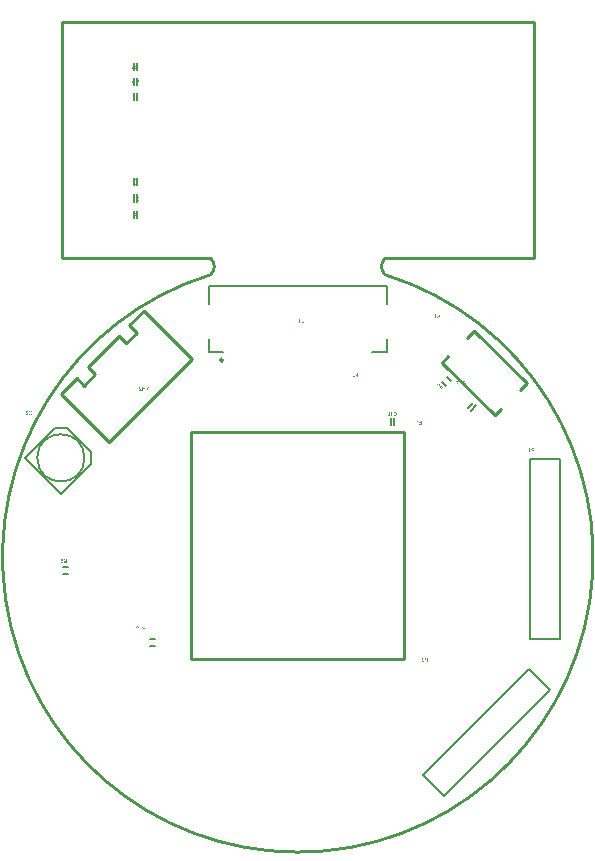
<source format=gbo>
G04*
G04 #@! TF.GenerationSoftware,Altium Limited,Altium Designer,20.0.1 (14)*
G04*
G04 Layer_Color=32896*
%FSLAX25Y25*%
%MOIN*%
G70*
G01*
G75*
%ADD10C,0.00787*%
%ADD11C,0.00984*%
%ADD14C,0.00591*%
%ADD15C,0.01000*%
G36*
X19158Y61120D02*
X18527D01*
X18549Y61089D01*
X18560Y61076D01*
X18570Y61063D01*
X18579Y61051D01*
X18586Y61044D01*
X18592Y61039D01*
X18594Y61037D01*
X18603Y61027D01*
X18614Y61018D01*
X18640Y60994D01*
X18670Y60966D01*
X18701Y60939D01*
X18731Y60915D01*
X18744Y60904D01*
X18755Y60892D01*
X18764Y60885D01*
X18771Y60879D01*
X18775Y60876D01*
X18777Y60874D01*
X18807Y60848D01*
X18836Y60824D01*
X18862Y60800D01*
X18886Y60780D01*
X18908Y60759D01*
X18927Y60741D01*
X18945Y60724D01*
X18960Y60709D01*
X18975Y60694D01*
X18986Y60683D01*
X18995Y60674D01*
X19004Y60665D01*
X19014Y60654D01*
X19017Y60650D01*
X19043Y60619D01*
X19065Y60591D01*
X19084Y60563D01*
X19099Y60541D01*
X19110Y60521D01*
X19117Y60506D01*
X19121Y60496D01*
X19123Y60493D01*
X19134Y60465D01*
X19141Y60437D01*
X19149Y60411D01*
X19152Y60389D01*
X19154Y60369D01*
X19156Y60354D01*
Y60345D01*
Y60341D01*
X19154Y60313D01*
X19151Y60287D01*
X19147Y60261D01*
X19139Y60239D01*
X19121Y60195D01*
X19103Y60160D01*
X19091Y60143D01*
X19082Y60130D01*
X19073Y60117D01*
X19064Y60108D01*
X19056Y60101D01*
X19052Y60093D01*
X19049Y60091D01*
X19047Y60089D01*
X19027Y60071D01*
X19004Y60054D01*
X18980Y60041D01*
X18956Y60030D01*
X18908Y60012D01*
X18860Y59999D01*
X18840Y59995D01*
X18819Y59991D01*
X18801Y59990D01*
X18786Y59988D01*
X18773Y59986D01*
X18755D01*
X18721Y59988D01*
X18690Y59990D01*
X18660Y59995D01*
X18633Y60001D01*
X18607Y60008D01*
X18583Y60015D01*
X18560Y60025D01*
X18540Y60034D01*
X18522Y60043D01*
X18507Y60053D01*
X18494Y60060D01*
X18483Y60067D01*
X18474Y60073D01*
X18468Y60078D01*
X18464Y60080D01*
X18462Y60082D01*
X18444Y60101D01*
X18427Y60121D01*
X18411Y60143D01*
X18398Y60165D01*
X18375Y60210D01*
X18361Y60254D01*
X18355Y60274D01*
X18350Y60295D01*
X18346Y60312D01*
X18342Y60326D01*
X18340Y60339D01*
Y60348D01*
X18338Y60354D01*
Y60356D01*
X18499Y60373D01*
X18503Y60330D01*
X18510Y60293D01*
X18522Y60260D01*
X18534Y60234D01*
X18546Y60212D01*
X18557Y60197D01*
X18564Y60188D01*
X18568Y60184D01*
X18596Y60162D01*
X18625Y60145D01*
X18657Y60132D01*
X18684Y60125D01*
X18710Y60119D01*
X18733Y60117D01*
X18740Y60115D01*
X18751D01*
X18790Y60117D01*
X18825Y60125D01*
X18855Y60136D01*
X18880Y60147D01*
X18901Y60160D01*
X18914Y60169D01*
X18923Y60176D01*
X18927Y60180D01*
X18949Y60206D01*
X18966Y60232D01*
X18979Y60258D01*
X18986Y60284D01*
X18992Y60304D01*
X18993Y60323D01*
X18995Y60334D01*
Y60336D01*
Y60337D01*
X18992Y60371D01*
X18984Y60406D01*
X18971Y60437D01*
X18958Y60467D01*
X18943Y60491D01*
X18930Y60511D01*
X18927Y60519D01*
X18923Y60524D01*
X18919Y60526D01*
Y60528D01*
X18904Y60548D01*
X18886Y60569D01*
X18866Y60591D01*
X18844Y60613D01*
X18797Y60657D01*
X18751Y60702D01*
X18727Y60722D01*
X18707Y60741D01*
X18686Y60757D01*
X18670Y60772D01*
X18657Y60783D01*
X18645Y60792D01*
X18638Y60798D01*
X18636Y60800D01*
X18590Y60839D01*
X18548Y60876D01*
X18512Y60909D01*
X18485Y60937D01*
X18461Y60961D01*
X18444Y60978D01*
X18435Y60989D01*
X18431Y60990D01*
Y60992D01*
X18405Y61024D01*
X18385Y61053D01*
X18366Y61083D01*
X18351Y61109D01*
X18340Y61131D01*
X18333Y61148D01*
X18329Y61159D01*
X18327Y61161D01*
Y61163D01*
X18320Y61183D01*
X18316Y61201D01*
X18313Y61220D01*
X18311Y61237D01*
X18309Y61251D01*
Y61262D01*
Y61270D01*
Y61272D01*
X19158D01*
Y61120D01*
D02*
G37*
G36*
X19987Y60965D02*
X20161D01*
Y60820D01*
X19987D01*
Y59991D01*
X19859D01*
X19273Y60820D01*
Y60965D01*
X19829D01*
Y61272D01*
X19987D01*
Y60965D01*
D02*
G37*
G36*
X-23150Y59986D02*
X-23252D01*
X-23271Y60017D01*
X-23291Y60047D01*
X-23315Y60076D01*
X-23337Y60102D01*
X-23359Y60125D01*
X-23376Y60143D01*
X-23383Y60149D01*
X-23389Y60154D01*
X-23391Y60156D01*
X-23393Y60158D01*
X-23431Y60189D01*
X-23470Y60219D01*
X-23507Y60245D01*
X-23544Y60265D01*
X-23576Y60284D01*
X-23589Y60291D01*
X-23600Y60297D01*
X-23609Y60302D01*
X-23617Y60304D01*
X-23620Y60308D01*
X-23622D01*
Y60460D01*
X-23594Y60448D01*
X-23567Y60435D01*
X-23539Y60422D01*
X-23513Y60410D01*
X-23491Y60399D01*
X-23472Y60389D01*
X-23461Y60382D01*
X-23459Y60380D01*
X-23457D01*
X-23424Y60360D01*
X-23394Y60339D01*
X-23369Y60321D01*
X-23348Y60304D01*
X-23330Y60291D01*
X-23319Y60280D01*
X-23309Y60273D01*
X-23308Y60271D01*
Y61272D01*
X-23150D01*
Y59986D01*
D02*
G37*
G36*
X45892Y80954D02*
X45913Y80925D01*
X45937Y80895D01*
X45959Y80869D01*
X45981Y80847D01*
X45998Y80828D01*
X46005Y80823D01*
X46011Y80817D01*
X46013Y80816D01*
X46014Y80814D01*
X46053Y80782D01*
X46092Y80753D01*
X46129Y80727D01*
X46166Y80706D01*
X46198Y80688D01*
X46211Y80681D01*
X46222Y80675D01*
X46231Y80669D01*
X46238Y80668D01*
X46242Y80664D01*
X46244D01*
Y80512D01*
X46216Y80523D01*
X46188Y80536D01*
X46161Y80549D01*
X46135Y80562D01*
X46112Y80573D01*
X46094Y80582D01*
X46083Y80590D01*
X46081Y80592D01*
X46079D01*
X46046Y80612D01*
X46016Y80632D01*
X45990Y80651D01*
X45970Y80668D01*
X45952Y80681D01*
X45940Y80692D01*
X45931Y80699D01*
X45929Y80701D01*
Y79700D01*
X45772D01*
Y80986D01*
X45874D01*
X45892Y80954D01*
D02*
G37*
G36*
X47500Y79700D02*
X47330D01*
Y80144D01*
X47121Y80346D01*
X46666Y79700D01*
X46442D01*
X47002Y80460D01*
X46466Y80980D01*
X46697D01*
X47330Y80344D01*
Y80980D01*
X47500D01*
Y79700D01*
D02*
G37*
G36*
X-52513Y56713D02*
X-52481Y56711D01*
X-52451Y56705D01*
X-52424Y56700D01*
X-52398Y56692D01*
X-52374Y56685D01*
X-52352Y56676D01*
X-52331Y56667D01*
X-52313Y56657D01*
X-52298Y56648D01*
X-52285Y56641D01*
X-52274Y56633D01*
X-52265Y56628D01*
X-52259Y56622D01*
X-52255Y56620D01*
X-52254Y56618D01*
X-52235Y56600D01*
X-52218Y56580D01*
X-52202Y56557D01*
X-52189Y56535D01*
X-52167Y56491D01*
X-52152Y56446D01*
X-52146Y56426D01*
X-52141Y56406D01*
X-52137Y56389D01*
X-52133Y56374D01*
X-52131Y56361D01*
Y56352D01*
X-52130Y56346D01*
Y56345D01*
X-52291Y56328D01*
X-52294Y56371D01*
X-52302Y56408D01*
X-52313Y56441D01*
X-52326Y56467D01*
X-52337Y56489D01*
X-52348Y56504D01*
X-52355Y56513D01*
X-52359Y56517D01*
X-52387Y56539D01*
X-52416Y56556D01*
X-52448Y56568D01*
X-52476Y56576D01*
X-52501Y56581D01*
X-52524Y56583D01*
X-52531Y56585D01*
X-52542D01*
X-52581Y56583D01*
X-52616Y56576D01*
X-52646Y56565D01*
X-52672Y56554D01*
X-52692Y56541D01*
X-52705Y56532D01*
X-52714Y56524D01*
X-52718Y56520D01*
X-52740Y56494D01*
X-52757Y56469D01*
X-52770Y56443D01*
X-52777Y56417D01*
X-52783Y56397D01*
X-52785Y56378D01*
X-52786Y56367D01*
Y56365D01*
Y56363D01*
X-52783Y56330D01*
X-52775Y56295D01*
X-52762Y56263D01*
X-52749Y56234D01*
X-52735Y56210D01*
X-52722Y56189D01*
X-52718Y56182D01*
X-52714Y56176D01*
X-52710Y56174D01*
Y56173D01*
X-52696Y56152D01*
X-52677Y56132D01*
X-52657Y56110D01*
X-52635Y56087D01*
X-52588Y56043D01*
X-52542Y55999D01*
X-52518Y55978D01*
X-52498Y55960D01*
X-52477Y55943D01*
X-52461Y55928D01*
X-52448Y55917D01*
X-52437Y55908D01*
X-52429Y55902D01*
X-52428Y55901D01*
X-52381Y55862D01*
X-52339Y55825D01*
X-52303Y55791D01*
X-52276Y55764D01*
X-52252Y55740D01*
X-52235Y55723D01*
X-52226Y55712D01*
X-52222Y55710D01*
Y55708D01*
X-52196Y55677D01*
X-52176Y55647D01*
X-52157Y55618D01*
X-52143Y55592D01*
X-52131Y55569D01*
X-52124Y55553D01*
X-52120Y55542D01*
X-52118Y55540D01*
Y55538D01*
X-52111Y55518D01*
X-52107Y55499D01*
X-52104Y55481D01*
X-52102Y55464D01*
X-52100Y55449D01*
Y55438D01*
Y55431D01*
Y55429D01*
X-52949D01*
Y55581D01*
X-52318D01*
X-52341Y55612D01*
X-52352Y55625D01*
X-52361Y55638D01*
X-52370Y55649D01*
X-52377Y55656D01*
X-52383Y55662D01*
X-52385Y55664D01*
X-52394Y55673D01*
X-52405Y55682D01*
X-52431Y55706D01*
X-52461Y55734D01*
X-52492Y55762D01*
X-52522Y55786D01*
X-52535Y55797D01*
X-52546Y55808D01*
X-52555Y55816D01*
X-52562Y55821D01*
X-52566Y55825D01*
X-52568Y55827D01*
X-52598Y55853D01*
X-52627Y55877D01*
X-52653Y55901D01*
X-52677Y55921D01*
X-52699Y55941D01*
X-52718Y55960D01*
X-52736Y55976D01*
X-52751Y55991D01*
X-52766Y56006D01*
X-52777Y56017D01*
X-52786Y56027D01*
X-52796Y56036D01*
X-52805Y56047D01*
X-52809Y56050D01*
X-52834Y56082D01*
X-52857Y56110D01*
X-52875Y56138D01*
X-52890Y56160D01*
X-52901Y56180D01*
X-52908Y56195D01*
X-52912Y56204D01*
X-52914Y56208D01*
X-52925Y56235D01*
X-52933Y56263D01*
X-52940Y56289D01*
X-52944Y56311D01*
X-52946Y56332D01*
X-52947Y56346D01*
Y56356D01*
Y56359D01*
X-52946Y56387D01*
X-52942Y56413D01*
X-52938Y56439D01*
X-52931Y56461D01*
X-52912Y56506D01*
X-52894Y56541D01*
X-52883Y56557D01*
X-52873Y56570D01*
X-52864Y56583D01*
X-52855Y56593D01*
X-52847Y56600D01*
X-52844Y56607D01*
X-52840Y56609D01*
X-52838Y56611D01*
X-52818Y56630D01*
X-52796Y56646D01*
X-52772Y56659D01*
X-52747Y56670D01*
X-52699Y56689D01*
X-52651Y56702D01*
X-52631Y56705D01*
X-52611Y56709D01*
X-52592Y56711D01*
X-52577Y56713D01*
X-52564Y56715D01*
X-52546D01*
X-52513Y56713D01*
D02*
G37*
G36*
X-50065Y56091D02*
X-49571Y55429D01*
X-49775D01*
X-50098Y55873D01*
X-50106Y55884D01*
X-50115Y55897D01*
X-50135Y55927D01*
X-50145Y55941D01*
X-50152Y55953D01*
X-50157Y55960D01*
X-50159Y55962D01*
X-50178Y55934D01*
X-50195Y55908D01*
X-50202Y55899D01*
X-50206Y55891D01*
X-50209Y55886D01*
X-50211Y55884D01*
X-50535Y55429D01*
X-50744D01*
X-50265Y56100D01*
X-50709Y56709D01*
X-50524D01*
X-50269Y56369D01*
X-50246Y56341D01*
X-50228Y56315D01*
X-50209Y56289D01*
X-50195Y56269D01*
X-50182Y56250D01*
X-50172Y56235D01*
X-50167Y56228D01*
X-50165Y56224D01*
X-50152Y56247D01*
X-50137Y56271D01*
X-50121Y56297D01*
X-50104Y56322D01*
X-50087Y56345D01*
X-50076Y56363D01*
X-50071Y56371D01*
X-50067Y56376D01*
X-50063Y56378D01*
Y56380D01*
X-49830Y56709D01*
X-49628D01*
X-50065Y56091D01*
D02*
G37*
G36*
X-50901Y55429D02*
X-51071D01*
Y56032D01*
X-51734D01*
Y55429D01*
X-51904D01*
Y56709D01*
X-51734D01*
Y56184D01*
X-51071D01*
Y56709D01*
X-50901D01*
Y55429D01*
D02*
G37*
G36*
X-53410Y-23216D02*
X-53379Y-23218D01*
X-53349Y-23223D01*
X-53322Y-23229D01*
X-53296Y-23236D01*
X-53272Y-23244D01*
X-53249Y-23253D01*
X-53229Y-23262D01*
X-53211Y-23272D01*
X-53196Y-23281D01*
X-53183Y-23288D01*
X-53172Y-23296D01*
X-53162Y-23301D01*
X-53157Y-23307D01*
X-53153Y-23309D01*
X-53151Y-23311D01*
X-53133Y-23329D01*
X-53116Y-23349D01*
X-53100Y-23371D01*
X-53087Y-23394D01*
X-53064Y-23438D01*
X-53050Y-23483D01*
X-53044Y-23503D01*
X-53039Y-23523D01*
X-53035Y-23540D01*
X-53031Y-23555D01*
X-53029Y-23568D01*
Y-23577D01*
X-53027Y-23582D01*
Y-23584D01*
X-53188Y-23601D01*
X-53192Y-23558D01*
X-53199Y-23521D01*
X-53211Y-23488D01*
X-53224Y-23462D01*
X-53235Y-23440D01*
X-53246Y-23425D01*
X-53253Y-23416D01*
X-53257Y-23412D01*
X-53285Y-23390D01*
X-53314Y-23373D01*
X-53346Y-23360D01*
X-53373Y-23353D01*
X-53399Y-23347D01*
X-53421Y-23346D01*
X-53429Y-23344D01*
X-53440D01*
X-53479Y-23346D01*
X-53514Y-23353D01*
X-53544Y-23364D01*
X-53569Y-23375D01*
X-53590Y-23388D01*
X-53603Y-23397D01*
X-53612Y-23405D01*
X-53616Y-23408D01*
X-53638Y-23434D01*
X-53654Y-23460D01*
X-53667Y-23486D01*
X-53675Y-23512D01*
X-53680Y-23532D01*
X-53682Y-23551D01*
X-53684Y-23562D01*
Y-23564D01*
Y-23566D01*
X-53680Y-23599D01*
X-53673Y-23634D01*
X-53660Y-23666D01*
X-53647Y-23695D01*
X-53632Y-23719D01*
X-53619Y-23740D01*
X-53616Y-23747D01*
X-53612Y-23753D01*
X-53608Y-23754D01*
Y-23756D01*
X-53593Y-23777D01*
X-53575Y-23797D01*
X-53555Y-23819D01*
X-53532Y-23841D01*
X-53486Y-23886D01*
X-53440Y-23930D01*
X-53416Y-23951D01*
X-53396Y-23969D01*
X-53375Y-23986D01*
X-53359Y-24001D01*
X-53346Y-24012D01*
X-53334Y-24021D01*
X-53327Y-24026D01*
X-53325Y-24028D01*
X-53279Y-24067D01*
X-53237Y-24104D01*
X-53201Y-24137D01*
X-53174Y-24165D01*
X-53149Y-24189D01*
X-53133Y-24206D01*
X-53124Y-24217D01*
X-53120Y-24219D01*
Y-24221D01*
X-53094Y-24252D01*
X-53074Y-24282D01*
X-53055Y-24311D01*
X-53040Y-24337D01*
X-53029Y-24359D01*
X-53022Y-24376D01*
X-53018Y-24387D01*
X-53016Y-24389D01*
Y-24391D01*
X-53009Y-24411D01*
X-53005Y-24430D01*
X-53001Y-24448D01*
X-53000Y-24465D01*
X-52998Y-24480D01*
Y-24491D01*
Y-24498D01*
Y-24500D01*
X-53847D01*
Y-24348D01*
X-53216D01*
X-53238Y-24317D01*
X-53249Y-24304D01*
X-53259Y-24291D01*
X-53268Y-24280D01*
X-53275Y-24272D01*
X-53281Y-24267D01*
X-53283Y-24265D01*
X-53292Y-24256D01*
X-53303Y-24247D01*
X-53329Y-24223D01*
X-53359Y-24195D01*
X-53390Y-24167D01*
X-53420Y-24143D01*
X-53433Y-24132D01*
X-53444Y-24121D01*
X-53453Y-24113D01*
X-53460Y-24108D01*
X-53464Y-24104D01*
X-53466Y-24102D01*
X-53496Y-24076D01*
X-53525Y-24052D01*
X-53551Y-24028D01*
X-53575Y-24008D01*
X-53597Y-23988D01*
X-53616Y-23969D01*
X-53634Y-23952D01*
X-53649Y-23938D01*
X-53664Y-23923D01*
X-53675Y-23912D01*
X-53684Y-23902D01*
X-53693Y-23893D01*
X-53703Y-23882D01*
X-53706Y-23878D01*
X-53732Y-23847D01*
X-53754Y-23819D01*
X-53773Y-23791D01*
X-53788Y-23769D01*
X-53799Y-23749D01*
X-53806Y-23734D01*
X-53810Y-23725D01*
X-53812Y-23721D01*
X-53823Y-23693D01*
X-53830Y-23666D01*
X-53838Y-23640D01*
X-53841Y-23618D01*
X-53843Y-23597D01*
X-53845Y-23582D01*
Y-23573D01*
Y-23570D01*
X-53843Y-23542D01*
X-53839Y-23516D01*
X-53836Y-23490D01*
X-53828Y-23468D01*
X-53810Y-23423D01*
X-53791Y-23388D01*
X-53780Y-23371D01*
X-53771Y-23359D01*
X-53762Y-23346D01*
X-53753Y-23336D01*
X-53745Y-23329D01*
X-53742Y-23322D01*
X-53738Y-23320D01*
X-53736Y-23318D01*
X-53716Y-23299D01*
X-53693Y-23283D01*
X-53669Y-23270D01*
X-53645Y-23259D01*
X-53597Y-23240D01*
X-53549Y-23227D01*
X-53529Y-23223D01*
X-53508Y-23220D01*
X-53490Y-23218D01*
X-53475Y-23216D01*
X-53462Y-23214D01*
X-53444D01*
X-53410Y-23216D01*
D02*
G37*
G36*
X-52496Y-23246D02*
X-52476Y-23275D01*
X-52452Y-23305D01*
X-52430Y-23331D01*
X-52408Y-23353D01*
X-52391Y-23371D01*
X-52384Y-23377D01*
X-52378Y-23383D01*
X-52376Y-23384D01*
X-52374Y-23386D01*
X-52336Y-23418D01*
X-52297Y-23447D01*
X-52260Y-23473D01*
X-52223Y-23494D01*
X-52191Y-23512D01*
X-52178Y-23519D01*
X-52167Y-23525D01*
X-52158Y-23531D01*
X-52150Y-23532D01*
X-52147Y-23536D01*
X-52145D01*
Y-23688D01*
X-52173Y-23677D01*
X-52201Y-23664D01*
X-52228Y-23651D01*
X-52254Y-23638D01*
X-52276Y-23627D01*
X-52295Y-23618D01*
X-52306Y-23610D01*
X-52308Y-23608D01*
X-52310D01*
X-52343Y-23588D01*
X-52372Y-23568D01*
X-52398Y-23549D01*
X-52419Y-23532D01*
X-52437Y-23519D01*
X-52448Y-23508D01*
X-52458Y-23501D01*
X-52460Y-23499D01*
Y-24500D01*
X-52617D01*
Y-23214D01*
X-52515D01*
X-52496Y-23246D01*
D02*
G37*
G36*
X-50800Y-24500D02*
X-50970D01*
Y-23932D01*
X-51188D01*
X-51209Y-23934D01*
X-51224D01*
X-51237Y-23936D01*
X-51246Y-23938D01*
X-51253D01*
X-51257Y-23939D01*
X-51259D01*
X-51288Y-23949D01*
X-51301Y-23954D01*
X-51313Y-23960D01*
X-51324Y-23965D01*
X-51331Y-23969D01*
X-51335Y-23971D01*
X-51336Y-23973D01*
X-51351Y-23984D01*
X-51366Y-23997D01*
X-51394Y-24024D01*
X-51407Y-24037D01*
X-51416Y-24049D01*
X-51422Y-24056D01*
X-51424Y-24058D01*
X-51442Y-24084D01*
X-51462Y-24112D01*
X-51483Y-24141D01*
X-51503Y-24169D01*
X-51520Y-24195D01*
X-51533Y-24215D01*
X-51538Y-24223D01*
X-51542Y-24228D01*
X-51546Y-24232D01*
Y-24234D01*
X-51714Y-24500D01*
X-51925D01*
X-51705Y-24152D01*
X-51679Y-24115D01*
X-51655Y-24082D01*
X-51631Y-24054D01*
X-51610Y-24028D01*
X-51592Y-24010D01*
X-51577Y-23995D01*
X-51568Y-23986D01*
X-51564Y-23982D01*
X-51549Y-23971D01*
X-51533Y-23958D01*
X-51499Y-23938D01*
X-51485Y-23930D01*
X-51473Y-23923D01*
X-51466Y-23919D01*
X-51462Y-23917D01*
X-51496Y-23912D01*
X-51527Y-23906D01*
X-51555Y-23897D01*
X-51583Y-23889D01*
X-51607Y-23880D01*
X-51629Y-23869D01*
X-51649Y-23860D01*
X-51668Y-23851D01*
X-51682Y-23840D01*
X-51697Y-23830D01*
X-51708Y-23823D01*
X-51718Y-23816D01*
X-51725Y-23810D01*
X-51731Y-23804D01*
X-51732Y-23802D01*
X-51734Y-23801D01*
X-51749Y-23782D01*
X-51764Y-23764D01*
X-51786Y-23725D01*
X-51801Y-23686D01*
X-51812Y-23649D01*
X-51819Y-23618D01*
X-51821Y-23605D01*
Y-23592D01*
X-51823Y-23582D01*
Y-23575D01*
Y-23571D01*
Y-23570D01*
X-51821Y-23531D01*
X-51816Y-23495D01*
X-51806Y-23462D01*
X-51797Y-23434D01*
X-51786Y-23410D01*
X-51779Y-23392D01*
X-51771Y-23381D01*
X-51769Y-23379D01*
Y-23377D01*
X-51747Y-23347D01*
X-51725Y-23322D01*
X-51701Y-23299D01*
X-51679Y-23283D01*
X-51658Y-23270D01*
X-51642Y-23262D01*
X-51631Y-23257D01*
X-51629Y-23255D01*
X-51627D01*
X-51610Y-23249D01*
X-51590Y-23244D01*
X-51549Y-23235D01*
X-51505Y-23229D01*
X-51464Y-23223D01*
X-51425Y-23222D01*
X-51409D01*
X-51394Y-23220D01*
X-50800D01*
Y-24500D01*
D02*
G37*
G36*
X47712Y56986D02*
X47739Y56982D01*
X47763Y56977D01*
X47780Y56970D01*
X47792Y56966D01*
X47794D01*
X47796Y56965D01*
X47811Y56957D01*
X47830Y56947D01*
X47865Y56925D01*
X47900Y56897D01*
X47933Y56872D01*
X47962Y56846D01*
X47974Y56834D01*
X47985Y56825D01*
X48405Y56405D01*
X47500Y55500D01*
X47380Y55620D01*
X47781Y56022D01*
X47627Y56176D01*
X47611Y56189D01*
X47601Y56200D01*
X47590Y56208D01*
X47582Y56213D01*
X47577Y56218D01*
X47573Y56220D01*
X47572Y56221D01*
X47545Y56235D01*
X47531Y56240D01*
X47520Y56244D01*
X47508Y56248D01*
X47500Y56251D01*
X47496Y56252D01*
X47493D01*
X47475Y56255D01*
X47455Y56256D01*
X47416D01*
X47398D01*
X47384Y56255D01*
X47374Y56253D01*
X47372D01*
X47340Y56248D01*
X47306Y56243D01*
X47271Y56236D01*
X47237Y56231D01*
X47207Y56225D01*
X47183Y56220D01*
X47174Y56218D01*
X47168Y56217D01*
X47163D01*
X47161Y56216D01*
X46854Y56146D01*
X46705Y56295D01*
X47106Y56386D01*
X47151Y56393D01*
X47191Y56400D01*
X47228Y56403D01*
X47261Y56407D01*
X47287D01*
X47308D01*
X47321D01*
X47326D01*
X47344Y56404D01*
X47365Y56401D01*
X47403Y56392D01*
X47419Y56387D01*
X47432Y56384D01*
X47440Y56382D01*
X47444Y56380D01*
X47424Y56408D01*
X47406Y56434D01*
X47393Y56460D01*
X47378Y56485D01*
X47368Y56509D01*
X47360Y56532D01*
X47352Y56553D01*
X47346Y56573D01*
X47343Y56591D01*
X47339Y56608D01*
X47337Y56621D01*
X47335Y56633D01*
X47334Y56642D01*
Y56650D01*
Y56652D01*
Y56655D01*
X47337Y56679D01*
X47339Y56702D01*
X47351Y56745D01*
X47368Y56783D01*
X47386Y56817D01*
X47403Y56845D01*
X47411Y56855D01*
X47420Y56864D01*
X47425Y56872D01*
X47431Y56877D01*
X47433Y56880D01*
X47435Y56881D01*
X47463Y56908D01*
X47492Y56928D01*
X47522Y56946D01*
X47548Y56959D01*
X47573Y56968D01*
X47592Y56976D01*
X47605Y56978D01*
X47607D01*
X47609Y56980D01*
X47645Y56985D01*
X47679Y56987D01*
X47712Y56986D01*
D02*
G37*
G36*
X47006Y57677D02*
X47029Y57674D01*
X47038Y57673D01*
X47045Y57671D01*
X47049Y57673D01*
X47050Y57671D01*
X47093Y57660D01*
X47132Y57644D01*
X47169Y57626D01*
X47199Y57606D01*
X47225Y57588D01*
X47236Y57580D01*
X47242Y57573D01*
X47250Y57568D01*
X47259Y57559D01*
X47280Y57535D01*
X47299Y57512D01*
X47316Y57487D01*
X47329Y57464D01*
X47350Y57414D01*
X47359Y57392D01*
X47364Y57371D01*
X47368Y57348D01*
X47372Y57331D01*
X47374Y57313D01*
X47376Y57299D01*
X47377Y57287D01*
Y57279D01*
Y57274D01*
Y57271D01*
X47376Y57241D01*
X47369Y57211D01*
X47364Y57182D01*
X47355Y57155D01*
X47343Y57127D01*
X47331Y57103D01*
X47306Y57059D01*
X47293Y57038D01*
X47282Y57021D01*
X47269Y57006D01*
X47258Y56993D01*
X47250Y56982D01*
X47244Y56976D01*
X47238Y56970D01*
X47237Y56969D01*
X47211Y56946D01*
X47186Y56926D01*
X47161Y56906D01*
X47135Y56891D01*
X47110Y56879D01*
X47085Y56867D01*
X47063Y56858D01*
X47041Y56851D01*
X47021Y56845D01*
X47003Y56840D01*
X46987Y56837D01*
X46971Y56834D01*
X46960Y56833D01*
X46953Y56832D01*
X46948D01*
X46945D01*
X46917D01*
X46889Y56836D01*
X46862Y56840D01*
X46836Y56847D01*
X46812Y56855D01*
X46790Y56864D01*
X46750Y56885D01*
X46733Y56894D01*
X46718Y56905D01*
X46706Y56914D01*
X46694Y56923D01*
X46685Y56930D01*
X46675Y56940D01*
X46651Y56966D01*
X46631Y56994D01*
X46616Y57020D01*
X46603Y57046D01*
X46593Y57066D01*
X46587Y57083D01*
X46583Y57095D01*
X46582Y57099D01*
X46574Y57133D01*
X46570Y57165D01*
X46569Y57195D01*
Y57222D01*
X46573Y57244D01*
X46574Y57261D01*
X46575Y57272D01*
X46576Y57276D01*
X46566Y57266D01*
X46559Y57260D01*
X46556Y57256D01*
X46554Y57254D01*
X46529Y57227D01*
X46506Y57201D01*
X46486Y57176D01*
X46468Y57152D01*
X46455Y57131D01*
X46444Y57116D01*
X46440Y57109D01*
X46437Y57105D01*
Y57103D01*
X46435Y57101D01*
X46418Y57071D01*
X46404Y57044D01*
X46392Y57019D01*
X46383Y56997D01*
X46376Y56980D01*
X46372Y56965D01*
X46369Y56956D01*
Y56953D01*
X46365Y56928D01*
X46363Y56906D01*
Y56885D01*
X46365Y56866D01*
Y56850D01*
X46367Y56837D01*
X46370Y56829D01*
Y56827D01*
X46376Y56804D01*
X46387Y56783D01*
X46397Y56765D01*
X46409Y56748D01*
X46420Y56735D01*
X46427Y56724D01*
X46437Y56715D01*
X46459Y56696D01*
X46482Y56680D01*
X46505Y56668D01*
X46525Y56660D01*
X46541Y56655D01*
X46556Y56651D01*
X46565Y56650D01*
X46567D01*
X46595Y56651D01*
X46622Y56658D01*
X46650Y56667D01*
X46675Y56679D01*
X46696Y56689D01*
X46714Y56700D01*
X46720Y56704D01*
X46723Y56706D01*
X46727Y56707D01*
X46728Y56709D01*
X46826Y56592D01*
X46780Y56562D01*
X46737Y56540D01*
X46696Y56524D01*
X46659Y56514D01*
X46628Y56509D01*
X46613Y56507D01*
X46601Y56506D01*
X46593D01*
X46586D01*
X46583D01*
X46580D01*
X46557Y56509D01*
X46533Y56514D01*
X46490Y56528D01*
X46451Y56546D01*
X46417Y56567D01*
X46387Y56587D01*
X46375Y56596D01*
X46366Y56605D01*
X46358Y56611D01*
X46347Y56621D01*
X46314Y56660D01*
X46286Y56698D01*
X46265Y56738D01*
X46251Y56773D01*
X46244Y56787D01*
X46239Y56803D01*
X46236Y56816D01*
X46232Y56828D01*
X46230Y56836D01*
X46229Y56842D01*
Y56847D01*
X46227Y56849D01*
X46223Y56897D01*
X46225Y56946D01*
X46232Y56990D01*
X46242Y57030D01*
X46251Y57066D01*
X46256Y57082D01*
X46260Y57093D01*
X46265Y57104D01*
X46268Y57112D01*
X46269Y57116D01*
X46270Y57117D01*
X46283Y57143D01*
X46299Y57172D01*
X46334Y57226D01*
X46375Y57279D01*
X46416Y57328D01*
X46433Y57350D01*
X46451Y57371D01*
X46468Y57388D01*
X46481Y57403D01*
X46493Y57415D01*
X46502Y57424D01*
X46508Y57431D01*
X46510Y57432D01*
X46540Y57462D01*
X46570Y57490D01*
X46599Y57513D01*
X46626Y57535D01*
X46651Y57555D01*
X46675Y57573D01*
X46698Y57589D01*
X46719Y57602D01*
X46737Y57613D01*
X46753Y57623D01*
X46769Y57631D01*
X46780Y57638D01*
X46790Y57641D01*
X46797Y57644D01*
X46801Y57645D01*
X46803Y57647D01*
X46850Y57662D01*
X46894Y57673D01*
X46938Y57677D01*
X46974Y57679D01*
X47006Y57677D01*
D02*
G37*
G36*
X-78252Y-1395D02*
X-78400Y-1415D01*
X-78413Y-1395D01*
X-78430Y-1378D01*
X-78445Y-1362D01*
X-78460Y-1349D01*
X-78474Y-1340D01*
X-78486Y-1330D01*
X-78493Y-1327D01*
X-78495Y-1325D01*
X-78519Y-1314D01*
X-78543Y-1304D01*
X-78565Y-1299D01*
X-78587Y-1293D01*
X-78606Y-1292D01*
X-78621Y-1290D01*
X-78656D01*
X-78678Y-1293D01*
X-78717Y-1302D01*
X-78750Y-1316D01*
X-78780Y-1328D01*
X-78802Y-1343D01*
X-78819Y-1356D01*
X-78828Y-1366D01*
X-78831Y-1367D01*
Y-1369D01*
X-78857Y-1401D01*
X-78876Y-1434D01*
X-78889Y-1469D01*
X-78898Y-1504D01*
X-78904Y-1534D01*
X-78905Y-1547D01*
Y-1558D01*
X-78907Y-1567D01*
Y-1575D01*
Y-1578D01*
Y-1580D01*
Y-1606D01*
X-78904Y-1630D01*
X-78894Y-1676D01*
X-78881Y-1715D01*
X-78869Y-1746D01*
X-78854Y-1772D01*
X-78841Y-1793D01*
X-78835Y-1798D01*
X-78831Y-1804D01*
X-78830Y-1806D01*
X-78828Y-1808D01*
X-78813Y-1822D01*
X-78798Y-1835D01*
X-78765Y-1858D01*
X-78733Y-1872D01*
X-78702Y-1882D01*
X-78676Y-1889D01*
X-78654Y-1891D01*
X-78646Y-1893D01*
X-78635D01*
X-78600Y-1891D01*
X-78569Y-1883D01*
X-78541Y-1874D01*
X-78519Y-1863D01*
X-78499Y-1852D01*
X-78484Y-1843D01*
X-78476Y-1835D01*
X-78473Y-1833D01*
X-78450Y-1808D01*
X-78432Y-1780D01*
X-78417Y-1748D01*
X-78406Y-1721D01*
X-78399Y-1693D01*
X-78393Y-1673D01*
X-78391Y-1663D01*
X-78389Y-1658D01*
Y-1654D01*
Y-1652D01*
X-78225Y-1665D01*
X-78228Y-1695D01*
X-78234Y-1722D01*
X-78251Y-1774D01*
X-78271Y-1819D01*
X-78282Y-1839D01*
X-78293Y-1856D01*
X-78302Y-1872D01*
X-78313Y-1887D01*
X-78323Y-1898D01*
X-78332Y-1908D01*
X-78339Y-1915D01*
X-78343Y-1922D01*
X-78347Y-1924D01*
X-78349Y-1926D01*
X-78371Y-1943D01*
X-78393Y-1957D01*
X-78417Y-1970D01*
X-78441Y-1981D01*
X-78487Y-1998D01*
X-78534Y-2009D01*
X-78554Y-2015D01*
X-78574Y-2017D01*
X-78591Y-2018D01*
X-78606Y-2020D01*
X-78619Y-2022D01*
X-78635D01*
X-78674Y-2020D01*
X-78711Y-2015D01*
X-78746Y-2007D01*
X-78778Y-1998D01*
X-78807Y-1985D01*
X-78835Y-1972D01*
X-78861Y-1959D01*
X-78883Y-1945D01*
X-78904Y-1930D01*
X-78922Y-1917D01*
X-78937Y-1902D01*
X-78950Y-1891D01*
X-78959Y-1882D01*
X-78966Y-1874D01*
X-78970Y-1869D01*
X-78972Y-1867D01*
X-78991Y-1843D01*
X-79005Y-1817D01*
X-79020Y-1793D01*
X-79031Y-1767D01*
X-79050Y-1717D01*
X-79061Y-1669D01*
X-79065Y-1649D01*
X-79068Y-1628D01*
X-79070Y-1612D01*
X-79072Y-1597D01*
X-79074Y-1584D01*
Y-1575D01*
Y-1569D01*
Y-1567D01*
X-79072Y-1534D01*
X-79068Y-1502D01*
X-79063Y-1471D01*
X-79055Y-1443D01*
X-79046Y-1417D01*
X-79037Y-1391D01*
X-79026Y-1369D01*
X-79017Y-1349D01*
X-79005Y-1330D01*
X-78994Y-1314D01*
X-78985Y-1301D01*
X-78976Y-1288D01*
X-78968Y-1278D01*
X-78963Y-1273D01*
X-78959Y-1269D01*
X-78957Y-1267D01*
X-78935Y-1247D01*
X-78913Y-1229D01*
X-78889Y-1214D01*
X-78865Y-1201D01*
X-78841Y-1188D01*
X-78817Y-1179D01*
X-78772Y-1166D01*
X-78752Y-1160D01*
X-78733Y-1156D01*
X-78717Y-1155D01*
X-78702Y-1153D01*
X-78691Y-1151D01*
X-78650D01*
X-78628Y-1155D01*
X-78584Y-1164D01*
X-78543Y-1177D01*
X-78506Y-1192D01*
X-78476Y-1206D01*
X-78463Y-1214D01*
X-78452Y-1219D01*
X-78443Y-1225D01*
X-78438Y-1229D01*
X-78434Y-1230D01*
X-78432Y-1232D01*
X-78500Y-886D01*
X-79013D01*
Y-736D01*
X-78376D01*
X-78252Y-1395D01*
D02*
G37*
G36*
X-77000Y-2000D02*
X-77170D01*
Y-1432D01*
X-77389D01*
X-77409Y-1434D01*
X-77424D01*
X-77437Y-1436D01*
X-77446Y-1438D01*
X-77453D01*
X-77457Y-1440D01*
X-77459D01*
X-77488Y-1449D01*
X-77501Y-1454D01*
X-77513Y-1460D01*
X-77524Y-1465D01*
X-77531Y-1469D01*
X-77535Y-1471D01*
X-77536Y-1473D01*
X-77551Y-1484D01*
X-77566Y-1497D01*
X-77594Y-1524D01*
X-77607Y-1538D01*
X-77616Y-1549D01*
X-77622Y-1556D01*
X-77623Y-1558D01*
X-77642Y-1584D01*
X-77662Y-1612D01*
X-77683Y-1641D01*
X-77703Y-1669D01*
X-77720Y-1695D01*
X-77733Y-1715D01*
X-77738Y-1722D01*
X-77742Y-1728D01*
X-77746Y-1732D01*
Y-1734D01*
X-77914Y-2000D01*
X-78125D01*
X-77905Y-1652D01*
X-77879Y-1615D01*
X-77855Y-1582D01*
X-77831Y-1554D01*
X-77810Y-1528D01*
X-77792Y-1510D01*
X-77777Y-1495D01*
X-77768Y-1486D01*
X-77764Y-1482D01*
X-77749Y-1471D01*
X-77733Y-1458D01*
X-77699Y-1438D01*
X-77684Y-1430D01*
X-77673Y-1423D01*
X-77666Y-1419D01*
X-77662Y-1417D01*
X-77696Y-1412D01*
X-77727Y-1406D01*
X-77755Y-1397D01*
X-77783Y-1390D01*
X-77807Y-1380D01*
X-77829Y-1369D01*
X-77849Y-1360D01*
X-77868Y-1351D01*
X-77882Y-1340D01*
X-77897Y-1330D01*
X-77908Y-1323D01*
X-77918Y-1316D01*
X-77925Y-1310D01*
X-77931Y-1304D01*
X-77932Y-1302D01*
X-77934Y-1301D01*
X-77949Y-1282D01*
X-77964Y-1264D01*
X-77986Y-1225D01*
X-78001Y-1186D01*
X-78012Y-1149D01*
X-78019Y-1118D01*
X-78021Y-1105D01*
Y-1092D01*
X-78023Y-1082D01*
Y-1075D01*
Y-1071D01*
Y-1069D01*
X-78021Y-1031D01*
X-78016Y-995D01*
X-78006Y-962D01*
X-77997Y-934D01*
X-77986Y-910D01*
X-77979Y-892D01*
X-77971Y-881D01*
X-77969Y-879D01*
Y-877D01*
X-77947Y-848D01*
X-77925Y-822D01*
X-77901Y-799D01*
X-77879Y-783D01*
X-77858Y-770D01*
X-77842Y-762D01*
X-77831Y-757D01*
X-77829Y-755D01*
X-77827D01*
X-77810Y-749D01*
X-77790Y-744D01*
X-77749Y-735D01*
X-77705Y-729D01*
X-77664Y-723D01*
X-77625Y-722D01*
X-77609D01*
X-77594Y-720D01*
X-77000D01*
Y-2000D01*
D02*
G37*
G36*
X41853Y-33689D02*
X41903Y-33698D01*
X41945Y-33713D01*
X41982Y-33728D01*
X41999Y-33737D01*
X42012Y-33744D01*
X42025Y-33752D01*
X42034Y-33759D01*
X42041Y-33765D01*
X42047Y-33769D01*
X42051Y-33770D01*
X42052Y-33772D01*
X42088Y-33807D01*
X42115Y-33846D01*
X42138Y-33887D01*
X42156Y-33928D01*
X42167Y-33963D01*
X42173Y-33978D01*
X42176Y-33991D01*
X42178Y-34002D01*
X42180Y-34009D01*
X42182Y-34015D01*
Y-34016D01*
X42025Y-34044D01*
X42017Y-34003D01*
X42006Y-33968D01*
X41993Y-33939D01*
X41980Y-33915D01*
X41967Y-33896D01*
X41956Y-33883D01*
X41949Y-33874D01*
X41947Y-33872D01*
X41923Y-33854D01*
X41897Y-33839D01*
X41873Y-33830D01*
X41849Y-33822D01*
X41827Y-33819D01*
X41810Y-33815D01*
X41795D01*
X41762Y-33817D01*
X41732Y-33824D01*
X41706Y-33833D01*
X41684Y-33843D01*
X41668Y-33854D01*
X41655Y-33863D01*
X41645Y-33870D01*
X41644Y-33872D01*
X41623Y-33894D01*
X41608Y-33918D01*
X41599Y-33942D01*
X41592Y-33965D01*
X41588Y-33985D01*
X41584Y-34000D01*
Y-34011D01*
Y-34013D01*
Y-34015D01*
Y-34035D01*
X41588Y-34054D01*
X41597Y-34085D01*
X41610Y-34113D01*
X41625Y-34137D01*
X41640Y-34153D01*
X41653Y-34166D01*
X41662Y-34174D01*
X41664Y-34176D01*
X41666D01*
X41697Y-34192D01*
X41727Y-34205D01*
X41758Y-34214D01*
X41786Y-34220D01*
X41810Y-34224D01*
X41830Y-34227D01*
X41855D01*
X41862Y-34225D01*
X41871D01*
X41890Y-34364D01*
X41866Y-34359D01*
X41843Y-34355D01*
X41825Y-34351D01*
X41808Y-34350D01*
X41795Y-34348D01*
X41779D01*
X41740Y-34351D01*
X41705Y-34359D01*
X41673Y-34370D01*
X41647Y-34383D01*
X41627Y-34396D01*
X41612Y-34407D01*
X41603Y-34414D01*
X41599Y-34418D01*
X41575Y-34446D01*
X41557Y-34475D01*
X41544Y-34505D01*
X41536Y-34534D01*
X41531Y-34558D01*
X41529Y-34579D01*
X41527Y-34586D01*
Y-34592D01*
Y-34596D01*
Y-34597D01*
X41531Y-34638D01*
X41540Y-34675D01*
X41551Y-34707D01*
X41566Y-34734D01*
X41581Y-34756D01*
X41592Y-34773D01*
X41601Y-34784D01*
X41605Y-34788D01*
X41634Y-34814D01*
X41666Y-34832D01*
X41697Y-34845D01*
X41727Y-34855D01*
X41753Y-34860D01*
X41773Y-34862D01*
X41780Y-34864D01*
X41792D01*
X41825Y-34862D01*
X41856Y-34855D01*
X41884Y-34845D01*
X41906Y-34834D01*
X41925Y-34825D01*
X41940Y-34816D01*
X41947Y-34808D01*
X41951Y-34806D01*
X41973Y-34780D01*
X41991Y-34751D01*
X42008Y-34719D01*
X42021Y-34686D01*
X42030Y-34658D01*
X42034Y-34646D01*
X42036Y-34634D01*
X42038Y-34625D01*
X42039Y-34618D01*
X42041Y-34614D01*
Y-34612D01*
X42199Y-34633D01*
X42195Y-34662D01*
X42189Y-34690D01*
X42173Y-34742D01*
X42152Y-34786D01*
X42141Y-34805D01*
X42130Y-34823D01*
X42119Y-34840D01*
X42108Y-34853D01*
X42099Y-34866D01*
X42089Y-34875D01*
X42084Y-34882D01*
X42078Y-34888D01*
X42075Y-34892D01*
X42073Y-34893D01*
X42051Y-34910D01*
X42028Y-34927D01*
X42006Y-34940D01*
X41982Y-34951D01*
X41936Y-34969D01*
X41892Y-34980D01*
X41871Y-34984D01*
X41853Y-34988D01*
X41836Y-34990D01*
X41821Y-34991D01*
X41810Y-34993D01*
X41793D01*
X41758Y-34991D01*
X41727Y-34988D01*
X41695Y-34982D01*
X41666Y-34975D01*
X41638Y-34966D01*
X41614Y-34956D01*
X41590Y-34945D01*
X41570Y-34934D01*
X41549Y-34925D01*
X41533Y-34914D01*
X41518Y-34905D01*
X41507Y-34895D01*
X41497Y-34888D01*
X41490Y-34882D01*
X41486Y-34879D01*
X41484Y-34877D01*
X41462Y-34855D01*
X41444Y-34830D01*
X41427Y-34806D01*
X41412Y-34782D01*
X41401Y-34760D01*
X41390Y-34736D01*
X41375Y-34692D01*
X41372Y-34671D01*
X41368Y-34653D01*
X41364Y-34636D01*
X41362Y-34621D01*
X41361Y-34610D01*
Y-34601D01*
Y-34596D01*
Y-34594D01*
X41362Y-34549D01*
X41370Y-34509D01*
X41381Y-34473D01*
X41392Y-34444D01*
X41403Y-34420D01*
X41414Y-34401D01*
X41422Y-34390D01*
X41423Y-34387D01*
X41449Y-34359D01*
X41477Y-34335D01*
X41507Y-34316D01*
X41536Y-34301D01*
X41562Y-34290D01*
X41583Y-34283D01*
X41590Y-34281D01*
X41596Y-34279D01*
X41599Y-34277D01*
X41601D01*
X41570Y-34261D01*
X41544Y-34244D01*
X41521Y-34225D01*
X41503Y-34209D01*
X41488Y-34194D01*
X41477Y-34181D01*
X41471Y-34174D01*
X41470Y-34170D01*
X41455Y-34144D01*
X41444Y-34118D01*
X41434Y-34092D01*
X41429Y-34068D01*
X41425Y-34048D01*
X41423Y-34033D01*
Y-34022D01*
Y-34018D01*
X41425Y-33987D01*
X41431Y-33955D01*
X41438Y-33928D01*
X41447Y-33904D01*
X41457Y-33883D01*
X41464Y-33867D01*
X41470Y-33857D01*
X41471Y-33854D01*
X41490Y-33826D01*
X41512Y-33802D01*
X41534Y-33781D01*
X41557Y-33763D01*
X41575Y-33750D01*
X41592Y-33739D01*
X41603Y-33733D01*
X41605Y-33732D01*
X41607D01*
X41640Y-33717D01*
X41673Y-33706D01*
X41706Y-33696D01*
X41736Y-33691D01*
X41760Y-33687D01*
X41780Y-33685D01*
X41827D01*
X41853Y-33689D01*
D02*
G37*
G36*
X43329Y-34971D02*
X43159D01*
Y-34451D01*
X42831D01*
X42783Y-34449D01*
X42737Y-34446D01*
X42696Y-34440D01*
X42659Y-34433D01*
X42624Y-34425D01*
X42595Y-34416D01*
X42567Y-34405D01*
X42543Y-34394D01*
X42522Y-34385D01*
X42504Y-34374D01*
X42489Y-34364D01*
X42478Y-34355D01*
X42469Y-34350D01*
X42463Y-34344D01*
X42459Y-34340D01*
X42458Y-34338D01*
X42439Y-34316D01*
X42422Y-34294D01*
X42410Y-34272D01*
X42397Y-34248D01*
X42385Y-34224D01*
X42378Y-34201D01*
X42365Y-34159D01*
X42361Y-34139D01*
X42358Y-34120D01*
X42356Y-34103D01*
X42354Y-34091D01*
X42352Y-34078D01*
Y-34070D01*
Y-34065D01*
Y-34063D01*
X42354Y-34028D01*
X42358Y-33994D01*
X42365Y-33965D01*
X42371Y-33939D01*
X42378Y-33917D01*
X42385Y-33900D01*
X42389Y-33891D01*
X42391Y-33887D01*
X42406Y-33859D01*
X42424Y-33835D01*
X42441Y-33813D01*
X42458Y-33796D01*
X42472Y-33783D01*
X42483Y-33772D01*
X42491Y-33767D01*
X42495Y-33765D01*
X42519Y-33750D01*
X42546Y-33737D01*
X42572Y-33726D01*
X42596Y-33717D01*
X42619Y-33711D01*
X42635Y-33707D01*
X42648Y-33704D01*
X42652D01*
X42680Y-33700D01*
X42711Y-33696D01*
X42744Y-33695D01*
X42776Y-33693D01*
X42803Y-33691D01*
X43329D01*
Y-34971D01*
D02*
G37*
G36*
X77200Y36154D02*
X77220Y36125D01*
X77244Y36095D01*
X77266Y36069D01*
X77289Y36047D01*
X77305Y36029D01*
X77313Y36023D01*
X77318Y36017D01*
X77320Y36016D01*
X77322Y36014D01*
X77361Y35982D01*
X77399Y35953D01*
X77437Y35927D01*
X77474Y35906D01*
X77505Y35888D01*
X77518Y35881D01*
X77529Y35875D01*
X77538Y35869D01*
X77546Y35868D01*
X77549Y35864D01*
X77551D01*
Y35712D01*
X77523Y35723D01*
X77496Y35736D01*
X77468Y35749D01*
X77442Y35762D01*
X77420Y35773D01*
X77401Y35783D01*
X77390Y35790D01*
X77389Y35792D01*
X77387D01*
X77353Y35812D01*
X77324Y35832D01*
X77298Y35851D01*
X77277Y35868D01*
X77259Y35881D01*
X77248Y35892D01*
X77239Y35899D01*
X77237Y35901D01*
Y34900D01*
X77079D01*
Y36186D01*
X77181D01*
X77200Y36154D01*
D02*
G37*
G36*
X78800Y34900D02*
X78630D01*
Y35420D01*
X78302D01*
X78254Y35422D01*
X78208Y35425D01*
X78167Y35431D01*
X78130Y35438D01*
X78095Y35446D01*
X78066Y35455D01*
X78038Y35466D01*
X78014Y35477D01*
X77993Y35487D01*
X77975Y35498D01*
X77960Y35507D01*
X77949Y35516D01*
X77940Y35522D01*
X77934Y35527D01*
X77930Y35531D01*
X77929Y35533D01*
X77910Y35555D01*
X77894Y35577D01*
X77881Y35599D01*
X77868Y35623D01*
X77856Y35647D01*
X77849Y35670D01*
X77836Y35712D01*
X77832Y35732D01*
X77829Y35751D01*
X77827Y35768D01*
X77825Y35781D01*
X77823Y35794D01*
Y35801D01*
Y35807D01*
Y35808D01*
X77825Y35844D01*
X77829Y35877D01*
X77836Y35906D01*
X77842Y35932D01*
X77849Y35954D01*
X77856Y35971D01*
X77860Y35980D01*
X77862Y35984D01*
X77877Y36012D01*
X77895Y36036D01*
X77912Y36058D01*
X77929Y36075D01*
X77943Y36088D01*
X77955Y36099D01*
X77962Y36104D01*
X77966Y36106D01*
X77990Y36121D01*
X78017Y36134D01*
X78043Y36145D01*
X78067Y36154D01*
X78090Y36160D01*
X78106Y36163D01*
X78119Y36167D01*
X78123D01*
X78151Y36171D01*
X78182Y36175D01*
X78215Y36176D01*
X78247Y36178D01*
X78275Y36180D01*
X78800D01*
Y34900D01*
D02*
G37*
G36*
X607Y79254D02*
X627Y79225D01*
X651Y79195D01*
X674Y79169D01*
X696Y79147D01*
X712Y79128D01*
X720Y79123D01*
X725Y79117D01*
X727Y79115D01*
X729Y79114D01*
X768Y79082D01*
X807Y79053D01*
X844Y79027D01*
X881Y79006D01*
X912Y78988D01*
X925Y78980D01*
X936Y78975D01*
X946Y78969D01*
X953Y78968D01*
X957Y78964D01*
X958D01*
Y78812D01*
X931Y78823D01*
X903Y78836D01*
X875Y78849D01*
X849Y78862D01*
X827Y78873D01*
X809Y78882D01*
X797Y78890D01*
X796Y78892D01*
X794D01*
X760Y78912D01*
X731Y78932D01*
X705Y78951D01*
X685Y78968D01*
X666Y78980D01*
X655Y78992D01*
X646Y78999D01*
X644Y79001D01*
Y78000D01*
X487D01*
Y79286D01*
X588D01*
X607Y79254D01*
D02*
G37*
G36*
X1462Y78398D02*
Y78359D01*
X1465Y78326D01*
X1467Y78298D01*
X1471Y78276D01*
X1475Y78259D01*
X1476Y78246D01*
X1480Y78239D01*
Y78237D01*
X1488Y78218D01*
X1497Y78203D01*
X1508Y78190D01*
X1517Y78178D01*
X1528Y78170D01*
X1536Y78163D01*
X1541Y78159D01*
X1543Y78157D01*
X1562Y78148D01*
X1580Y78141D01*
X1599Y78137D01*
X1615Y78133D01*
X1632Y78131D01*
X1643Y78130D01*
X1654D01*
X1684Y78131D01*
X1711Y78139D01*
X1734Y78146D01*
X1754Y78157D01*
X1769Y78167D01*
X1780Y78176D01*
X1787Y78181D01*
X1789Y78183D01*
X1798Y78194D01*
X1806Y78207D01*
X1817Y78237D01*
X1828Y78270D01*
X1833Y78303D01*
X1839Y78335D01*
Y78348D01*
X1841Y78359D01*
X1843Y78370D01*
Y78377D01*
Y78381D01*
Y78383D01*
X1996Y78361D01*
Y78326D01*
X1994Y78294D01*
X1989Y78263D01*
X1985Y78235D01*
X1978Y78209D01*
X1970Y78187D01*
X1963Y78165D01*
X1956Y78146D01*
X1946Y78130D01*
X1939Y78115D01*
X1932Y78102D01*
X1924Y78092D01*
X1919Y78085D01*
X1915Y78078D01*
X1913Y78076D01*
X1911Y78074D01*
X1893Y78057D01*
X1874Y78043D01*
X1854Y78030D01*
X1832Y78018D01*
X1789Y78002D01*
X1748Y77991D01*
X1710Y77983D01*
X1695Y77982D01*
X1680Y77980D01*
X1669Y77978D01*
X1652D01*
X1612Y77980D01*
X1575Y77985D01*
X1541Y77993D01*
X1512Y78002D01*
X1488Y78009D01*
X1471Y78017D01*
X1460Y78022D01*
X1456Y78024D01*
X1426Y78043D01*
X1401Y78065D01*
X1380Y78087D01*
X1362Y78107D01*
X1349Y78128D01*
X1340Y78142D01*
X1334Y78154D01*
X1332Y78155D01*
Y78157D01*
X1319Y78194D01*
X1308Y78233D01*
X1301Y78276D01*
X1297Y78316D01*
X1293Y78351D01*
Y78366D01*
X1292Y78381D01*
Y78392D01*
Y78400D01*
Y78405D01*
Y78407D01*
Y79280D01*
X1462D01*
Y78398D01*
D02*
G37*
G36*
X39702Y45354D02*
X39722Y45325D01*
X39746Y45295D01*
X39768Y45269D01*
X39790Y45247D01*
X39807Y45228D01*
X39814Y45223D01*
X39820Y45217D01*
X39822Y45216D01*
X39824Y45214D01*
X39862Y45182D01*
X39901Y45153D01*
X39938Y45127D01*
X39975Y45106D01*
X40007Y45088D01*
X40020Y45081D01*
X40031Y45075D01*
X40040Y45069D01*
X40048Y45068D01*
X40051Y45064D01*
X40053D01*
Y44912D01*
X40025Y44923D01*
X39998Y44936D01*
X39970Y44949D01*
X39944Y44962D01*
X39922Y44973D01*
X39903Y44982D01*
X39892Y44990D01*
X39890Y44992D01*
X39889D01*
X39855Y45012D01*
X39825Y45032D01*
X39800Y45051D01*
X39779Y45068D01*
X39761Y45081D01*
X39750Y45092D01*
X39740Y45099D01*
X39739Y45101D01*
Y44100D01*
X39581D01*
Y45386D01*
X39683D01*
X39702Y45354D01*
D02*
G37*
G36*
X41300Y44100D02*
X40343D01*
Y44252D01*
X41130D01*
Y44686D01*
X40421D01*
Y44838D01*
X41130D01*
Y45228D01*
X40373D01*
Y45380D01*
X41300D01*
Y44100D01*
D02*
G37*
G36*
X-90167Y48584D02*
X-90135Y48582D01*
X-90106Y48577D01*
X-90078Y48571D01*
X-90052Y48564D01*
X-90028Y48556D01*
X-90006Y48547D01*
X-89986Y48538D01*
X-89967Y48528D01*
X-89952Y48519D01*
X-89939Y48512D01*
X-89928Y48504D01*
X-89919Y48499D01*
X-89913Y48493D01*
X-89910Y48491D01*
X-89908Y48490D01*
X-89889Y48471D01*
X-89873Y48451D01*
X-89856Y48428D01*
X-89843Y48406D01*
X-89821Y48362D01*
X-89806Y48318D01*
X-89801Y48297D01*
X-89795Y48277D01*
X-89791Y48260D01*
X-89788Y48245D01*
X-89786Y48232D01*
Y48223D01*
X-89784Y48218D01*
Y48216D01*
X-89945Y48199D01*
X-89949Y48242D01*
X-89956Y48279D01*
X-89967Y48312D01*
X-89980Y48338D01*
X-89991Y48360D01*
X-90002Y48375D01*
X-90010Y48384D01*
X-90013Y48388D01*
X-90041Y48410D01*
X-90071Y48427D01*
X-90102Y48440D01*
X-90130Y48447D01*
X-90156Y48453D01*
X-90178Y48454D01*
X-90185Y48456D01*
X-90197D01*
X-90235Y48454D01*
X-90271Y48447D01*
X-90300Y48436D01*
X-90326Y48425D01*
X-90346Y48412D01*
X-90359Y48403D01*
X-90368Y48395D01*
X-90372Y48392D01*
X-90394Y48366D01*
X-90411Y48340D01*
X-90424Y48314D01*
X-90431Y48288D01*
X-90437Y48267D01*
X-90439Y48249D01*
X-90441Y48238D01*
Y48236D01*
Y48234D01*
X-90437Y48201D01*
X-90430Y48166D01*
X-90417Y48134D01*
X-90404Y48105D01*
X-90389Y48081D01*
X-90376Y48060D01*
X-90372Y48053D01*
X-90368Y48047D01*
X-90365Y48046D01*
Y48044D01*
X-90350Y48023D01*
X-90332Y48003D01*
X-90311Y47981D01*
X-90289Y47959D01*
X-90243Y47914D01*
X-90197Y47870D01*
X-90172Y47850D01*
X-90152Y47831D01*
X-90132Y47814D01*
X-90115Y47800D01*
X-90102Y47788D01*
X-90091Y47779D01*
X-90084Y47774D01*
X-90082Y47772D01*
X-90035Y47733D01*
X-89993Y47696D01*
X-89958Y47663D01*
X-89930Y47635D01*
X-89906Y47611D01*
X-89889Y47594D01*
X-89880Y47583D01*
X-89876Y47581D01*
Y47579D01*
X-89850Y47548D01*
X-89830Y47518D01*
X-89812Y47489D01*
X-89797Y47463D01*
X-89786Y47441D01*
X-89778Y47424D01*
X-89775Y47413D01*
X-89773Y47411D01*
Y47409D01*
X-89765Y47389D01*
X-89762Y47370D01*
X-89758Y47352D01*
X-89756Y47335D01*
X-89754Y47320D01*
Y47309D01*
Y47302D01*
Y47300D01*
X-90603D01*
Y47452D01*
X-89973D01*
X-89995Y47483D01*
X-90006Y47496D01*
X-90015Y47509D01*
X-90024Y47520D01*
X-90032Y47528D01*
X-90037Y47533D01*
X-90039Y47535D01*
X-90048Y47544D01*
X-90060Y47553D01*
X-90086Y47578D01*
X-90115Y47605D01*
X-90146Y47633D01*
X-90176Y47657D01*
X-90189Y47668D01*
X-90200Y47679D01*
X-90209Y47687D01*
X-90217Y47692D01*
X-90220Y47696D01*
X-90222Y47698D01*
X-90252Y47724D01*
X-90282Y47748D01*
X-90307Y47772D01*
X-90332Y47792D01*
X-90354Y47813D01*
X-90372Y47831D01*
X-90391Y47848D01*
X-90405Y47862D01*
X-90420Y47877D01*
X-90431Y47888D01*
X-90441Y47898D01*
X-90450Y47907D01*
X-90459Y47918D01*
X-90463Y47922D01*
X-90489Y47953D01*
X-90511Y47981D01*
X-90529Y48009D01*
X-90544Y48031D01*
X-90555Y48051D01*
X-90563Y48066D01*
X-90566Y48075D01*
X-90568Y48079D01*
X-90579Y48107D01*
X-90587Y48134D01*
X-90594Y48160D01*
X-90598Y48182D01*
X-90600Y48203D01*
X-90602Y48218D01*
Y48227D01*
Y48230D01*
X-90600Y48258D01*
X-90596Y48284D01*
X-90592Y48310D01*
X-90585Y48332D01*
X-90566Y48377D01*
X-90548Y48412D01*
X-90537Y48428D01*
X-90528Y48441D01*
X-90518Y48454D01*
X-90509Y48464D01*
X-90502Y48471D01*
X-90498Y48478D01*
X-90494Y48480D01*
X-90492Y48482D01*
X-90472Y48501D01*
X-90450Y48517D01*
X-90426Y48530D01*
X-90402Y48541D01*
X-90354Y48560D01*
X-90306Y48573D01*
X-90285Y48577D01*
X-90265Y48580D01*
X-90246Y48582D01*
X-90232Y48584D01*
X-90219Y48586D01*
X-90200D01*
X-90167Y48584D01*
D02*
G37*
G36*
X-91244Y48554D02*
X-91223Y48525D01*
X-91199Y48495D01*
X-91177Y48469D01*
X-91155Y48447D01*
X-91138Y48428D01*
X-91131Y48423D01*
X-91125Y48417D01*
X-91123Y48416D01*
X-91122Y48414D01*
X-91083Y48382D01*
X-91044Y48353D01*
X-91007Y48327D01*
X-90970Y48306D01*
X-90938Y48288D01*
X-90925Y48281D01*
X-90914Y48275D01*
X-90905Y48269D01*
X-90898Y48267D01*
X-90894Y48264D01*
X-90892D01*
Y48112D01*
X-90920Y48123D01*
X-90948Y48136D01*
X-90975Y48149D01*
X-91001Y48162D01*
X-91023Y48173D01*
X-91042Y48182D01*
X-91053Y48190D01*
X-91055Y48192D01*
X-91057D01*
X-91090Y48212D01*
X-91120Y48232D01*
X-91145Y48251D01*
X-91166Y48267D01*
X-91184Y48281D01*
X-91195Y48292D01*
X-91205Y48299D01*
X-91207Y48301D01*
Y47300D01*
X-91364D01*
Y48586D01*
X-91262D01*
X-91244Y48554D01*
D02*
G37*
G36*
X-89042Y48599D02*
X-88983Y48589D01*
X-88931Y48578D01*
X-88907Y48571D01*
X-88885Y48564D01*
X-88864Y48556D01*
X-88846Y48549D01*
X-88831Y48543D01*
X-88816Y48538D01*
X-88807Y48532D01*
X-88800Y48528D01*
X-88794Y48526D01*
X-88792Y48525D01*
X-88742Y48493D01*
X-88700Y48456D01*
X-88663Y48419D01*
X-88631Y48382D01*
X-88607Y48349D01*
X-88598Y48334D01*
X-88591Y48321D01*
X-88583Y48312D01*
X-88579Y48305D01*
X-88578Y48299D01*
X-88576Y48297D01*
X-88550Y48240D01*
X-88531Y48181D01*
X-88519Y48121D01*
X-88509Y48068D01*
X-88506Y48044D01*
X-88504Y48020D01*
X-88502Y48001D01*
Y47983D01*
X-88500Y47970D01*
Y47959D01*
Y47951D01*
Y47949D01*
X-88504Y47883D01*
X-88511Y47818D01*
X-88520Y47761D01*
X-88528Y47733D01*
X-88533Y47709D01*
X-88539Y47687D01*
X-88546Y47666D01*
X-88552Y47648D01*
X-88556Y47633D01*
X-88561Y47622D01*
X-88563Y47613D01*
X-88567Y47607D01*
Y47605D01*
X-88594Y47550D01*
X-88626Y47500D01*
X-88659Y47457D01*
X-88676Y47441D01*
X-88691Y47424D01*
X-88705Y47409D01*
X-88720Y47396D01*
X-88733Y47385D01*
X-88744Y47378D01*
X-88752Y47370D01*
X-88759Y47365D01*
X-88763Y47363D01*
X-88765Y47361D01*
X-88790Y47346D01*
X-88816Y47333D01*
X-88872Y47313D01*
X-88927Y47298D01*
X-88981Y47289D01*
X-89007Y47285D01*
X-89029Y47282D01*
X-89050Y47280D01*
X-89066D01*
X-89081Y47278D01*
X-89101D01*
X-89138Y47280D01*
X-89173Y47283D01*
X-89207Y47287D01*
X-89238Y47295D01*
X-89268Y47304D01*
X-89296Y47313D01*
X-89321Y47322D01*
X-89346Y47333D01*
X-89366Y47343D01*
X-89386Y47352D01*
X-89401Y47361D01*
X-89416Y47370D01*
X-89425Y47378D01*
X-89434Y47381D01*
X-89438Y47385D01*
X-89440Y47387D01*
X-89466Y47409D01*
X-89488Y47431D01*
X-89508Y47457D01*
X-89529Y47483D01*
X-89562Y47535D01*
X-89588Y47587D01*
X-89599Y47611D01*
X-89608Y47633D01*
X-89615Y47653D01*
X-89621Y47670D01*
X-89627Y47685D01*
X-89630Y47696D01*
X-89632Y47703D01*
Y47705D01*
X-89462Y47748D01*
X-89455Y47718D01*
X-89445Y47690D01*
X-89436Y47664D01*
X-89427Y47640D01*
X-89416Y47618D01*
X-89405Y47600D01*
X-89392Y47581D01*
X-89381Y47565D01*
X-89371Y47550D01*
X-89360Y47539D01*
X-89351Y47528D01*
X-89344Y47518D01*
X-89336Y47513D01*
X-89331Y47507D01*
X-89329Y47505D01*
X-89327Y47504D01*
X-89309Y47489D01*
X-89288Y47478D01*
X-89247Y47457D01*
X-89209Y47442D01*
X-89170Y47433D01*
X-89136Y47426D01*
X-89123Y47424D01*
X-89110D01*
X-89099Y47422D01*
X-89087D01*
X-89044Y47424D01*
X-89003Y47431D01*
X-88966Y47441D01*
X-88933Y47452D01*
X-88907Y47463D01*
X-88896Y47468D01*
X-88887Y47472D01*
X-88879Y47476D01*
X-88874Y47480D01*
X-88870Y47481D01*
X-88868D01*
X-88833Y47507D01*
X-88803Y47535D01*
X-88778Y47566D01*
X-88757Y47596D01*
X-88740Y47622D01*
X-88729Y47644D01*
X-88726Y47653D01*
X-88722Y47659D01*
X-88720Y47663D01*
Y47664D01*
X-88705Y47712D01*
X-88694Y47761D01*
X-88685Y47809D01*
X-88679Y47853D01*
X-88678Y47873D01*
X-88676Y47892D01*
Y47909D01*
X-88674Y47922D01*
Y47933D01*
Y47942D01*
Y47947D01*
Y47949D01*
X-88676Y47997D01*
X-88679Y48042D01*
X-88687Y48083D01*
X-88694Y48120D01*
X-88700Y48151D01*
X-88704Y48164D01*
X-88707Y48175D01*
X-88709Y48184D01*
X-88711Y48190D01*
X-88713Y48193D01*
Y48195D01*
X-88731Y48238D01*
X-88752Y48277D01*
X-88774Y48308D01*
X-88798Y48336D01*
X-88818Y48358D01*
X-88835Y48373D01*
X-88848Y48382D01*
X-88850Y48386D01*
X-88851D01*
X-88890Y48410D01*
X-88933Y48428D01*
X-88974Y48441D01*
X-89012Y48449D01*
X-89048Y48454D01*
X-89062Y48456D01*
X-89075D01*
X-89085Y48458D01*
X-89099D01*
X-89146Y48456D01*
X-89188Y48449D01*
X-89223Y48438D01*
X-89255Y48427D01*
X-89279Y48414D01*
X-89297Y48404D01*
X-89309Y48397D01*
X-89312Y48393D01*
X-89342Y48366D01*
X-89369Y48334D01*
X-89392Y48301D01*
X-89410Y48267D01*
X-89425Y48238D01*
X-89431Y48223D01*
X-89434Y48212D01*
X-89438Y48203D01*
X-89442Y48195D01*
X-89443Y48192D01*
Y48190D01*
X-89610Y48229D01*
X-89599Y48262D01*
X-89588Y48292D01*
X-89573Y48319D01*
X-89560Y48347D01*
X-89545Y48371D01*
X-89529Y48393D01*
X-89514Y48416D01*
X-89499Y48434D01*
X-89484Y48449D01*
X-89471Y48464D01*
X-89458Y48477D01*
X-89449Y48486D01*
X-89440Y48495D01*
X-89432Y48501D01*
X-89429Y48502D01*
X-89427Y48504D01*
X-89401Y48521D01*
X-89375Y48538D01*
X-89349Y48551D01*
X-89321Y48562D01*
X-89266Y48578D01*
X-89216Y48589D01*
X-89192Y48595D01*
X-89172Y48597D01*
X-89151Y48599D01*
X-89135Y48601D01*
X-89122Y48602D01*
X-89103D01*
X-89042Y48599D01*
D02*
G37*
G36*
X31252Y48254D02*
X31272Y48225D01*
X31296Y48195D01*
X31318Y48169D01*
X31341Y48147D01*
X31357Y48129D01*
X31365Y48123D01*
X31370Y48117D01*
X31372Y48116D01*
X31374Y48114D01*
X31413Y48082D01*
X31451Y48053D01*
X31488Y48027D01*
X31525Y48006D01*
X31557Y47988D01*
X31570Y47980D01*
X31581Y47975D01*
X31590Y47969D01*
X31598Y47967D01*
X31601Y47964D01*
X31603D01*
Y47812D01*
X31576Y47823D01*
X31548Y47836D01*
X31520Y47849D01*
X31494Y47862D01*
X31472Y47873D01*
X31453Y47883D01*
X31442Y47890D01*
X31440Y47892D01*
X31439D01*
X31405Y47912D01*
X31376Y47932D01*
X31350Y47951D01*
X31330Y47967D01*
X31311Y47980D01*
X31300Y47992D01*
X31291Y47999D01*
X31289Y48001D01*
Y47000D01*
X31132D01*
Y48286D01*
X31233D01*
X31252Y48254D01*
D02*
G37*
G36*
X32458Y48299D02*
X32517Y48289D01*
X32569Y48278D01*
X32593Y48271D01*
X32615Y48263D01*
X32636Y48256D01*
X32654Y48249D01*
X32669Y48243D01*
X32684Y48238D01*
X32693Y48232D01*
X32700Y48228D01*
X32706Y48226D01*
X32708Y48225D01*
X32758Y48193D01*
X32800Y48156D01*
X32837Y48119D01*
X32869Y48082D01*
X32893Y48049D01*
X32902Y48034D01*
X32909Y48021D01*
X32917Y48012D01*
X32920Y48005D01*
X32922Y47999D01*
X32924Y47997D01*
X32950Y47940D01*
X32969Y47881D01*
X32982Y47821D01*
X32991Y47768D01*
X32994Y47744D01*
X32996Y47720D01*
X32998Y47701D01*
Y47683D01*
X33000Y47670D01*
Y47659D01*
Y47651D01*
Y47649D01*
X32996Y47583D01*
X32989Y47518D01*
X32980Y47461D01*
X32972Y47433D01*
X32967Y47409D01*
X32961Y47387D01*
X32954Y47366D01*
X32948Y47348D01*
X32945Y47333D01*
X32939Y47322D01*
X32937Y47313D01*
X32933Y47307D01*
Y47305D01*
X32906Y47250D01*
X32874Y47200D01*
X32841Y47157D01*
X32824Y47141D01*
X32809Y47124D01*
X32795Y47109D01*
X32780Y47096D01*
X32767Y47085D01*
X32756Y47078D01*
X32748Y47070D01*
X32741Y47065D01*
X32737Y47063D01*
X32735Y47061D01*
X32710Y47046D01*
X32684Y47033D01*
X32628Y47013D01*
X32573Y46998D01*
X32519Y46989D01*
X32493Y46985D01*
X32471Y46981D01*
X32451Y46980D01*
X32434D01*
X32419Y46978D01*
X32399D01*
X32362Y46980D01*
X32327Y46983D01*
X32293Y46987D01*
X32262Y46995D01*
X32232Y47004D01*
X32204Y47013D01*
X32179Y47022D01*
X32155Y47033D01*
X32134Y47043D01*
X32114Y47052D01*
X32099Y47061D01*
X32084Y47070D01*
X32075Y47078D01*
X32066Y47081D01*
X32062Y47085D01*
X32060Y47087D01*
X32034Y47109D01*
X32012Y47131D01*
X31992Y47157D01*
X31971Y47183D01*
X31938Y47235D01*
X31912Y47287D01*
X31901Y47311D01*
X31892Y47333D01*
X31884Y47353D01*
X31879Y47370D01*
X31873Y47385D01*
X31870Y47396D01*
X31868Y47403D01*
Y47405D01*
X32038Y47448D01*
X32045Y47418D01*
X32055Y47390D01*
X32064Y47364D01*
X32073Y47340D01*
X32084Y47318D01*
X32095Y47300D01*
X32108Y47281D01*
X32119Y47265D01*
X32129Y47250D01*
X32140Y47239D01*
X32149Y47228D01*
X32156Y47218D01*
X32164Y47213D01*
X32169Y47207D01*
X32171Y47205D01*
X32173Y47203D01*
X32192Y47189D01*
X32212Y47178D01*
X32253Y47157D01*
X32291Y47142D01*
X32330Y47133D01*
X32364Y47126D01*
X32377Y47124D01*
X32390D01*
X32401Y47122D01*
X32414D01*
X32456Y47124D01*
X32497Y47131D01*
X32534Y47141D01*
X32567Y47152D01*
X32593Y47163D01*
X32604Y47168D01*
X32613Y47172D01*
X32621Y47176D01*
X32626Y47179D01*
X32630Y47181D01*
X32632D01*
X32667Y47207D01*
X32697Y47235D01*
X32722Y47266D01*
X32743Y47296D01*
X32759Y47322D01*
X32771Y47344D01*
X32774Y47353D01*
X32778Y47359D01*
X32780Y47363D01*
Y47364D01*
X32795Y47412D01*
X32806Y47461D01*
X32815Y47509D01*
X32820Y47553D01*
X32822Y47574D01*
X32824Y47592D01*
Y47609D01*
X32826Y47622D01*
Y47633D01*
Y47642D01*
Y47648D01*
Y47649D01*
X32824Y47697D01*
X32820Y47742D01*
X32813Y47782D01*
X32806Y47820D01*
X32800Y47851D01*
X32796Y47864D01*
X32793Y47875D01*
X32791Y47884D01*
X32789Y47890D01*
X32787Y47894D01*
Y47895D01*
X32769Y47938D01*
X32748Y47977D01*
X32726Y48008D01*
X32702Y48036D01*
X32682Y48058D01*
X32665Y48073D01*
X32652Y48082D01*
X32650Y48086D01*
X32649D01*
X32610Y48110D01*
X32567Y48129D01*
X32526Y48141D01*
X32487Y48149D01*
X32452Y48154D01*
X32438Y48156D01*
X32425D01*
X32415Y48158D01*
X32401D01*
X32354Y48156D01*
X32312Y48149D01*
X32277Y48138D01*
X32245Y48127D01*
X32221Y48114D01*
X32203Y48105D01*
X32192Y48097D01*
X32188Y48093D01*
X32158Y48066D01*
X32131Y48034D01*
X32108Y48001D01*
X32090Y47967D01*
X32075Y47938D01*
X32070Y47923D01*
X32066Y47912D01*
X32062Y47903D01*
X32058Y47895D01*
X32056Y47892D01*
Y47890D01*
X31890Y47929D01*
X31901Y47962D01*
X31912Y47992D01*
X31927Y48019D01*
X31940Y48047D01*
X31955Y48071D01*
X31971Y48093D01*
X31986Y48116D01*
X32001Y48134D01*
X32016Y48149D01*
X32029Y48164D01*
X32042Y48177D01*
X32051Y48186D01*
X32060Y48195D01*
X32068Y48201D01*
X32071Y48202D01*
X32073Y48204D01*
X32099Y48221D01*
X32125Y48238D01*
X32151Y48251D01*
X32179Y48262D01*
X32234Y48278D01*
X32284Y48289D01*
X32308Y48295D01*
X32328Y48297D01*
X32349Y48299D01*
X32365Y48300D01*
X32378Y48302D01*
X32397D01*
X32458Y48299D01*
D02*
G37*
G36*
X30342Y48284D02*
X30371Y48282D01*
X30423Y48271D01*
X30447Y48263D01*
X30469Y48256D01*
X30490Y48247D01*
X30508Y48238D01*
X30523Y48228D01*
X30538Y48219D01*
X30551Y48212D01*
X30560Y48204D01*
X30567Y48199D01*
X30573Y48193D01*
X30577Y48191D01*
X30578Y48190D01*
X30595Y48171D01*
X30612Y48153D01*
X30625Y48132D01*
X30636Y48112D01*
X30654Y48073D01*
X30665Y48036D01*
X30673Y48005D01*
X30674Y47990D01*
X30676Y47979D01*
X30678Y47967D01*
Y47960D01*
Y47956D01*
Y47955D01*
X30676Y47921D01*
X30671Y47890D01*
X30663Y47862D01*
X30654Y47838D01*
X30647Y47820D01*
X30639Y47805D01*
X30634Y47797D01*
X30632Y47794D01*
X30612Y47771D01*
X30589Y47751D01*
X30565Y47733D01*
X30541Y47718D01*
X30519Y47707D01*
X30503Y47699D01*
X30495Y47696D01*
X30490Y47694D01*
X30488Y47692D01*
X30486D01*
X30528Y47679D01*
X30564Y47662D01*
X30595Y47642D01*
X30621Y47624D01*
X30641Y47605D01*
X30656Y47590D01*
X30663Y47581D01*
X30667Y47579D01*
Y47577D01*
X30687Y47544D01*
X30704Y47509D01*
X30715Y47475D01*
X30723Y47442D01*
X30726Y47412D01*
X30728Y47400D01*
Y47388D01*
X30730Y47381D01*
Y47374D01*
Y47370D01*
Y47368D01*
X30728Y47339D01*
X30724Y47309D01*
X30719Y47281D01*
X30711Y47253D01*
X30693Y47207D01*
X30684Y47185D01*
X30673Y47166D01*
X30662Y47148D01*
X30652Y47133D01*
X30641Y47120D01*
X30634Y47109D01*
X30626Y47100D01*
X30621Y47094D01*
X30617Y47091D01*
X30615Y47089D01*
X30593Y47069D01*
X30569Y47052D01*
X30543Y47037D01*
X30517Y47024D01*
X30493Y47015D01*
X30467Y47006D01*
X30417Y46993D01*
X30395Y46987D01*
X30375Y46983D01*
X30356Y46981D01*
X30340Y46980D01*
X30327Y46978D01*
X30308D01*
X30273Y46980D01*
X30242Y46983D01*
X30210Y46989D01*
X30181Y46995D01*
X30155Y47004D01*
X30129Y47013D01*
X30105Y47022D01*
X30084Y47033D01*
X30066Y47044D01*
X30049Y47054D01*
X30036Y47063D01*
X30023Y47072D01*
X30014Y47078D01*
X30009Y47083D01*
X30005Y47087D01*
X30003Y47089D01*
X29983Y47111D01*
X29964Y47133D01*
X29949Y47155D01*
X29936Y47179D01*
X29923Y47202D01*
X29914Y47226D01*
X29901Y47268D01*
X29896Y47289D01*
X29892Y47307D01*
X29890Y47324D01*
X29888Y47337D01*
X29886Y47348D01*
Y47357D01*
Y47363D01*
Y47364D01*
X29888Y47407D01*
X29896Y47446D01*
X29907Y47481D01*
X29918Y47511D01*
X29929Y47535D01*
X29940Y47553D01*
X29948Y47564D01*
X29949Y47566D01*
Y47568D01*
X29975Y47598D01*
X30003Y47624D01*
X30033Y47644D01*
X30060Y47662D01*
X30086Y47675D01*
X30108Y47684D01*
X30116Y47688D01*
X30121Y47690D01*
X30125Y47692D01*
X30127D01*
X30094Y47707D01*
X30066Y47723D01*
X30042Y47740D01*
X30022Y47757D01*
X30007Y47771D01*
X29996Y47782D01*
X29988Y47790D01*
X29986Y47794D01*
X29970Y47820D01*
X29959Y47845D01*
X29949Y47871D01*
X29944Y47897D01*
X29940Y47918D01*
X29938Y47934D01*
Y47945D01*
Y47947D01*
Y47949D01*
X29940Y47975D01*
X29942Y47999D01*
X29955Y48045D01*
X29972Y48086D01*
X29990Y48121D01*
X30009Y48149D01*
X30018Y48160D01*
X30025Y48171D01*
X30033Y48178D01*
X30038Y48184D01*
X30040Y48186D01*
X30042Y48188D01*
X30062Y48204D01*
X30082Y48221D01*
X30105Y48234D01*
X30127Y48245D01*
X30171Y48262D01*
X30216Y48273D01*
X30234Y48278D01*
X30253Y48280D01*
X30269Y48282D01*
X30284Y48284D01*
X30295Y48286D01*
X30312D01*
X30342Y48284D01*
D02*
G37*
G36*
X54152Y58454D02*
X54172Y58425D01*
X54196Y58395D01*
X54218Y58369D01*
X54241Y58347D01*
X54257Y58328D01*
X54265Y58323D01*
X54270Y58317D01*
X54272Y58315D01*
X54274Y58314D01*
X54313Y58282D01*
X54352Y58253D01*
X54388Y58227D01*
X54426Y58206D01*
X54457Y58188D01*
X54470Y58180D01*
X54481Y58175D01*
X54490Y58169D01*
X54498Y58168D01*
X54501Y58164D01*
X54503D01*
Y58012D01*
X54475Y58023D01*
X54448Y58036D01*
X54420Y58049D01*
X54394Y58062D01*
X54372Y58073D01*
X54353Y58082D01*
X54342Y58090D01*
X54340Y58092D01*
X54339D01*
X54305Y58112D01*
X54276Y58132D01*
X54250Y58151D01*
X54229Y58168D01*
X54211Y58180D01*
X54200Y58192D01*
X54191Y58199D01*
X54189Y58201D01*
Y57200D01*
X54031D01*
Y58486D01*
X54133D01*
X54152Y58454D01*
D02*
G37*
G36*
X55358Y58499D02*
X55417Y58489D01*
X55469Y58478D01*
X55493Y58471D01*
X55515Y58464D01*
X55536Y58456D01*
X55554Y58449D01*
X55569Y58443D01*
X55584Y58438D01*
X55593Y58432D01*
X55600Y58428D01*
X55606Y58426D01*
X55608Y58425D01*
X55658Y58393D01*
X55700Y58356D01*
X55737Y58319D01*
X55769Y58282D01*
X55793Y58249D01*
X55802Y58234D01*
X55809Y58221D01*
X55817Y58212D01*
X55821Y58205D01*
X55822Y58199D01*
X55824Y58197D01*
X55850Y58140D01*
X55869Y58081D01*
X55882Y58021D01*
X55891Y57968D01*
X55894Y57944D01*
X55896Y57920D01*
X55898Y57901D01*
Y57883D01*
X55900Y57870D01*
Y57859D01*
Y57851D01*
Y57849D01*
X55896Y57783D01*
X55889Y57718D01*
X55880Y57661D01*
X55872Y57633D01*
X55867Y57609D01*
X55861Y57587D01*
X55854Y57566D01*
X55848Y57548D01*
X55844Y57533D01*
X55839Y57522D01*
X55837Y57513D01*
X55833Y57507D01*
Y57505D01*
X55806Y57450D01*
X55774Y57400D01*
X55741Y57357D01*
X55724Y57341D01*
X55709Y57324D01*
X55695Y57309D01*
X55680Y57296D01*
X55667Y57285D01*
X55656Y57278D01*
X55648Y57270D01*
X55641Y57265D01*
X55637Y57263D01*
X55635Y57261D01*
X55610Y57246D01*
X55584Y57233D01*
X55528Y57213D01*
X55473Y57198D01*
X55419Y57189D01*
X55393Y57185D01*
X55371Y57182D01*
X55351Y57180D01*
X55334D01*
X55319Y57178D01*
X55299D01*
X55262Y57180D01*
X55227Y57183D01*
X55193Y57187D01*
X55162Y57194D01*
X55132Y57204D01*
X55105Y57213D01*
X55079Y57222D01*
X55054Y57233D01*
X55034Y57243D01*
X55014Y57252D01*
X54999Y57261D01*
X54984Y57270D01*
X54975Y57278D01*
X54966Y57281D01*
X54962Y57285D01*
X54960Y57287D01*
X54934Y57309D01*
X54912Y57331D01*
X54892Y57357D01*
X54871Y57383D01*
X54838Y57435D01*
X54812Y57487D01*
X54801Y57511D01*
X54792Y57533D01*
X54785Y57553D01*
X54779Y57570D01*
X54773Y57585D01*
X54770Y57596D01*
X54768Y57603D01*
Y57605D01*
X54938Y57648D01*
X54945Y57618D01*
X54955Y57590D01*
X54964Y57564D01*
X54973Y57540D01*
X54984Y57518D01*
X54995Y57500D01*
X55008Y57481D01*
X55019Y57464D01*
X55029Y57450D01*
X55040Y57439D01*
X55049Y57428D01*
X55056Y57418D01*
X55064Y57413D01*
X55069Y57407D01*
X55071Y57405D01*
X55073Y57403D01*
X55092Y57389D01*
X55112Y57378D01*
X55153Y57357D01*
X55191Y57342D01*
X55230Y57333D01*
X55264Y57326D01*
X55277Y57324D01*
X55290D01*
X55301Y57322D01*
X55313D01*
X55356Y57324D01*
X55397Y57331D01*
X55434Y57341D01*
X55467Y57352D01*
X55493Y57363D01*
X55504Y57368D01*
X55513Y57372D01*
X55521Y57376D01*
X55526Y57379D01*
X55530Y57381D01*
X55532D01*
X55567Y57407D01*
X55597Y57435D01*
X55623Y57466D01*
X55643Y57496D01*
X55660Y57522D01*
X55671Y57544D01*
X55674Y57553D01*
X55678Y57559D01*
X55680Y57563D01*
Y57564D01*
X55695Y57613D01*
X55706Y57661D01*
X55715Y57709D01*
X55721Y57753D01*
X55722Y57774D01*
X55724Y57792D01*
Y57809D01*
X55726Y57822D01*
Y57833D01*
Y57842D01*
Y57847D01*
Y57849D01*
X55724Y57898D01*
X55721Y57942D01*
X55713Y57983D01*
X55706Y58020D01*
X55700Y58051D01*
X55696Y58064D01*
X55693Y58075D01*
X55691Y58084D01*
X55689Y58090D01*
X55687Y58094D01*
Y58095D01*
X55669Y58138D01*
X55648Y58177D01*
X55626Y58208D01*
X55602Y58236D01*
X55582Y58258D01*
X55565Y58273D01*
X55552Y58282D01*
X55550Y58286D01*
X55549D01*
X55510Y58310D01*
X55467Y58328D01*
X55426Y58341D01*
X55388Y58349D01*
X55352Y58354D01*
X55338Y58356D01*
X55325D01*
X55315Y58358D01*
X55301D01*
X55254Y58356D01*
X55212Y58349D01*
X55177Y58338D01*
X55145Y58327D01*
X55121Y58314D01*
X55103Y58304D01*
X55092Y58297D01*
X55088Y58293D01*
X55058Y58266D01*
X55031Y58234D01*
X55008Y58201D01*
X54990Y58168D01*
X54975Y58138D01*
X54969Y58123D01*
X54966Y58112D01*
X54962Y58103D01*
X54958Y58095D01*
X54957Y58092D01*
Y58090D01*
X54790Y58129D01*
X54801Y58162D01*
X54812Y58192D01*
X54827Y58219D01*
X54840Y58247D01*
X54855Y58271D01*
X54871Y58293D01*
X54886Y58315D01*
X54901Y58334D01*
X54916Y58349D01*
X54929Y58364D01*
X54942Y58377D01*
X54951Y58386D01*
X54960Y58395D01*
X54968Y58401D01*
X54971Y58403D01*
X54973Y58404D01*
X54999Y58421D01*
X55025Y58438D01*
X55051Y58451D01*
X55079Y58462D01*
X55134Y58478D01*
X55184Y58489D01*
X55208Y58495D01*
X55228Y58497D01*
X55249Y58499D01*
X55265Y58500D01*
X55278Y58502D01*
X55297D01*
X55358Y58499D01*
D02*
G37*
G36*
X53617Y58312D02*
X52990D01*
X53034Y58258D01*
X53077Y58201D01*
X53114Y58145D01*
X53149Y58092D01*
X53164Y58068D01*
X53177Y58046D01*
X53190Y58025D01*
X53199Y58008D01*
X53206Y57994D01*
X53212Y57984D01*
X53216Y57977D01*
X53218Y57975D01*
X53254Y57901D01*
X53288Y57827D01*
X53316Y57757D01*
X53327Y57725D01*
X53338Y57694D01*
X53349Y57666D01*
X53356Y57640D01*
X53364Y57618D01*
X53369Y57600D01*
X53375Y57583D01*
X53378Y57572D01*
X53380Y57564D01*
Y57563D01*
X53399Y57487D01*
X53406Y57450D01*
X53412Y57416D01*
X53417Y57385D01*
X53423Y57354D01*
X53426Y57328D01*
X53430Y57302D01*
X53432Y57279D01*
X53434Y57259D01*
X53436Y57241D01*
Y57226D01*
X53438Y57215D01*
Y57207D01*
Y57202D01*
Y57200D01*
X53277D01*
X53271Y57270D01*
X53262Y57335D01*
X53253Y57394D01*
X53247Y57422D01*
X53241Y57448D01*
X53238Y57470D01*
X53232Y57490D01*
X53229Y57509D01*
X53225Y57524D01*
X53221Y57535D01*
X53219Y57544D01*
X53218Y57550D01*
Y57551D01*
X53190Y57637D01*
X53160Y57716D01*
X53145Y57755D01*
X53131Y57792D01*
X53114Y57825D01*
X53099Y57859D01*
X53086Y57888D01*
X53073Y57914D01*
X53062Y57936D01*
X53053Y57957D01*
X53044Y57973D01*
X53038Y57984D01*
X53034Y57992D01*
X53032Y57994D01*
X53010Y58033D01*
X52988Y58071D01*
X52966Y58106D01*
X52944Y58140D01*
X52923Y58169D01*
X52903Y58199D01*
X52883Y58225D01*
X52866Y58247D01*
X52849Y58269D01*
X52835Y58288D01*
X52820Y58303D01*
X52809Y58315D01*
X52801Y58327D01*
X52794Y58334D01*
X52790Y58338D01*
X52788Y58340D01*
Y58464D01*
X53617D01*
Y58312D01*
D02*
G37*
G36*
X-53374Y154442D02*
X-53315Y154433D01*
X-53263Y154422D01*
X-53239Y154415D01*
X-53217Y154407D01*
X-53197Y154400D01*
X-53178Y154392D01*
X-53163Y154387D01*
X-53149Y154381D01*
X-53139Y154376D01*
X-53132Y154372D01*
X-53126Y154370D01*
X-53125Y154368D01*
X-53075Y154337D01*
X-53032Y154300D01*
X-52995Y154263D01*
X-52964Y154226D01*
X-52940Y154193D01*
X-52930Y154178D01*
X-52923Y154165D01*
X-52916Y154156D01*
X-52912Y154148D01*
X-52910Y154143D01*
X-52908Y154141D01*
X-52882Y154084D01*
X-52864Y154024D01*
X-52851Y153965D01*
X-52842Y153911D01*
X-52838Y153887D01*
X-52836Y153863D01*
X-52834Y153845D01*
Y153826D01*
X-52832Y153813D01*
Y153802D01*
Y153795D01*
Y153793D01*
X-52836Y153726D01*
X-52843Y153662D01*
X-52853Y153604D01*
X-52860Y153577D01*
X-52866Y153552D01*
X-52871Y153530D01*
X-52878Y153510D01*
X-52884Y153491D01*
X-52888Y153477D01*
X-52893Y153466D01*
X-52895Y153456D01*
X-52899Y153451D01*
Y153449D01*
X-52927Y153393D01*
X-52958Y153343D01*
X-52991Y153301D01*
X-53008Y153284D01*
X-53023Y153268D01*
X-53038Y153253D01*
X-53052Y153240D01*
X-53065Y153229D01*
X-53076Y153221D01*
X-53084Y153214D01*
X-53091Y153208D01*
X-53095Y153207D01*
X-53097Y153205D01*
X-53123Y153190D01*
X-53149Y153177D01*
X-53204Y153157D01*
X-53260Y153142D01*
X-53313Y153133D01*
X-53339Y153129D01*
X-53361Y153125D01*
X-53382Y153123D01*
X-53398D01*
X-53413Y153121D01*
X-53434D01*
X-53470Y153123D01*
X-53506Y153127D01*
X-53539Y153131D01*
X-53570Y153138D01*
X-53600Y153147D01*
X-53628Y153157D01*
X-53654Y153166D01*
X-53678Y153177D01*
X-53698Y153186D01*
X-53718Y153196D01*
X-53733Y153205D01*
X-53748Y153214D01*
X-53757Y153221D01*
X-53767Y153225D01*
X-53770Y153229D01*
X-53772Y153231D01*
X-53798Y153253D01*
X-53820Y153275D01*
X-53841Y153301D01*
X-53861Y153327D01*
X-53894Y153379D01*
X-53920Y153430D01*
X-53931Y153454D01*
X-53940Y153477D01*
X-53948Y153497D01*
X-53953Y153514D01*
X-53959Y153528D01*
X-53963Y153540D01*
X-53965Y153547D01*
Y153549D01*
X-53794Y153591D01*
X-53787Y153562D01*
X-53778Y153534D01*
X-53768Y153508D01*
X-53759Y153484D01*
X-53748Y153462D01*
X-53737Y153443D01*
X-53724Y153425D01*
X-53713Y153408D01*
X-53704Y153393D01*
X-53693Y153382D01*
X-53683Y153371D01*
X-53676Y153362D01*
X-53668Y153356D01*
X-53663Y153351D01*
X-53661Y153349D01*
X-53659Y153347D01*
X-53641Y153332D01*
X-53620Y153321D01*
X-53580Y153301D01*
X-53541Y153286D01*
X-53502Y153277D01*
X-53469Y153270D01*
X-53456Y153268D01*
X-53443D01*
X-53432Y153266D01*
X-53419D01*
X-53376Y153268D01*
X-53335Y153275D01*
X-53298Y153284D01*
X-53265Y153295D01*
X-53239Y153306D01*
X-53228Y153312D01*
X-53219Y153316D01*
X-53211Y153319D01*
X-53206Y153323D01*
X-53202Y153325D01*
X-53200D01*
X-53165Y153351D01*
X-53136Y153379D01*
X-53110Y153410D01*
X-53089Y153440D01*
X-53073Y153466D01*
X-53062Y153488D01*
X-53058Y153497D01*
X-53054Y153503D01*
X-53052Y153506D01*
Y153508D01*
X-53038Y153556D01*
X-53026Y153604D01*
X-53017Y153652D01*
X-53012Y153697D01*
X-53010Y153717D01*
X-53008Y153736D01*
Y153752D01*
X-53006Y153765D01*
Y153776D01*
Y153786D01*
Y153791D01*
Y153793D01*
X-53008Y153841D01*
X-53012Y153885D01*
X-53019Y153926D01*
X-53026Y153963D01*
X-53032Y153995D01*
X-53036Y154008D01*
X-53039Y154019D01*
X-53041Y154028D01*
X-53043Y154034D01*
X-53045Y154037D01*
Y154039D01*
X-53063Y154082D01*
X-53084Y154121D01*
X-53106Y154152D01*
X-53130Y154180D01*
X-53150Y154202D01*
X-53167Y154217D01*
X-53180Y154226D01*
X-53182Y154230D01*
X-53184D01*
X-53223Y154254D01*
X-53265Y154272D01*
X-53306Y154285D01*
X-53345Y154293D01*
X-53380Y154298D01*
X-53395Y154300D01*
X-53408D01*
X-53417Y154302D01*
X-53432D01*
X-53478Y154300D01*
X-53521Y154293D01*
X-53556Y154281D01*
X-53587Y154270D01*
X-53611Y154257D01*
X-53630Y154248D01*
X-53641Y154241D01*
X-53644Y154237D01*
X-53674Y154209D01*
X-53702Y154178D01*
X-53724Y154145D01*
X-53742Y154111D01*
X-53757Y154082D01*
X-53763Y154067D01*
X-53767Y154056D01*
X-53770Y154046D01*
X-53774Y154039D01*
X-53776Y154035D01*
Y154034D01*
X-53942Y154072D01*
X-53931Y154106D01*
X-53920Y154135D01*
X-53905Y154163D01*
X-53892Y154191D01*
X-53878Y154215D01*
X-53861Y154237D01*
X-53846Y154259D01*
X-53831Y154278D01*
X-53816Y154293D01*
X-53803Y154307D01*
X-53791Y154320D01*
X-53781Y154330D01*
X-53772Y154339D01*
X-53765Y154344D01*
X-53761Y154346D01*
X-53759Y154348D01*
X-53733Y154365D01*
X-53707Y154381D01*
X-53681Y154394D01*
X-53654Y154405D01*
X-53598Y154422D01*
X-53548Y154433D01*
X-53524Y154439D01*
X-53504Y154440D01*
X-53483Y154442D01*
X-53467Y154444D01*
X-53454Y154446D01*
X-53435D01*
X-53374Y154442D01*
D02*
G37*
G36*
X-54120Y154255D02*
X-54747D01*
X-54703Y154202D01*
X-54660Y154145D01*
X-54623Y154089D01*
X-54588Y154035D01*
X-54573Y154011D01*
X-54560Y153989D01*
X-54547Y153969D01*
X-54538Y153952D01*
X-54531Y153937D01*
X-54525Y153928D01*
X-54521Y153921D01*
X-54519Y153919D01*
X-54483Y153845D01*
X-54449Y153771D01*
X-54421Y153700D01*
X-54410Y153669D01*
X-54399Y153638D01*
X-54388Y153610D01*
X-54381Y153584D01*
X-54373Y153562D01*
X-54368Y153543D01*
X-54362Y153527D01*
X-54359Y153516D01*
X-54357Y153508D01*
Y153506D01*
X-54338Y153430D01*
X-54331Y153393D01*
X-54325Y153360D01*
X-54320Y153329D01*
X-54314Y153297D01*
X-54310Y153271D01*
X-54307Y153245D01*
X-54305Y153223D01*
X-54303Y153203D01*
X-54301Y153184D01*
Y153170D01*
X-54299Y153158D01*
Y153151D01*
Y153146D01*
Y153144D01*
X-54460D01*
X-54466Y153214D01*
X-54475Y153279D01*
X-54484Y153338D01*
X-54490Y153366D01*
X-54495Y153392D01*
X-54499Y153414D01*
X-54505Y153434D01*
X-54508Y153453D01*
X-54512Y153467D01*
X-54516Y153479D01*
X-54518Y153488D01*
X-54519Y153493D01*
Y153495D01*
X-54547Y153580D01*
X-54577Y153660D01*
X-54592Y153699D01*
X-54606Y153736D01*
X-54623Y153769D01*
X-54638Y153802D01*
X-54651Y153832D01*
X-54664Y153858D01*
X-54675Y153880D01*
X-54684Y153900D01*
X-54693Y153917D01*
X-54699Y153928D01*
X-54703Y153936D01*
X-54704Y153937D01*
X-54727Y153976D01*
X-54749Y154015D01*
X-54771Y154050D01*
X-54793Y154084D01*
X-54814Y154113D01*
X-54834Y154143D01*
X-54854Y154169D01*
X-54871Y154191D01*
X-54888Y154213D01*
X-54902Y154232D01*
X-54917Y154246D01*
X-54928Y154259D01*
X-54936Y154270D01*
X-54943Y154278D01*
X-54947Y154281D01*
X-54949Y154283D01*
Y154407D01*
X-54120D01*
Y154255D01*
D02*
G37*
G36*
X-54515Y159020D02*
X-54480Y159017D01*
X-54447Y159013D01*
X-54415Y159005D01*
X-54386Y158996D01*
X-54358Y158987D01*
X-54332Y158978D01*
X-54308Y158967D01*
X-54288Y158957D01*
X-54267Y158948D01*
X-54253Y158939D01*
X-54238Y158930D01*
X-54229Y158922D01*
X-54219Y158919D01*
X-54216Y158915D01*
X-54214Y158913D01*
X-54188Y158891D01*
X-54166Y158869D01*
X-54145Y158843D01*
X-54125Y158817D01*
X-54092Y158765D01*
X-54066Y158713D01*
X-54055Y158689D01*
X-54045Y158667D01*
X-54038Y158647D01*
X-54032Y158630D01*
X-54027Y158615D01*
X-54023Y158604D01*
X-54021Y158597D01*
Y158595D01*
X-54191Y158552D01*
X-54199Y158582D01*
X-54208Y158610D01*
X-54217Y158635D01*
X-54227Y158660D01*
X-54238Y158682D01*
X-54249Y158700D01*
X-54262Y158719D01*
X-54273Y158735D01*
X-54282Y158750D01*
X-54293Y158761D01*
X-54303Y158773D01*
X-54310Y158782D01*
X-54317Y158787D01*
X-54323Y158793D01*
X-54325Y158795D01*
X-54327Y158797D01*
X-54345Y158811D01*
X-54365Y158822D01*
X-54406Y158843D01*
X-54445Y158858D01*
X-54484Y158867D01*
X-54517Y158874D01*
X-54530Y158876D01*
X-54543D01*
X-54554Y158878D01*
X-54567D01*
X-54610Y158876D01*
X-54650Y158869D01*
X-54687Y158859D01*
X-54721Y158848D01*
X-54747Y158837D01*
X-54758Y158832D01*
X-54767Y158828D01*
X-54774Y158824D01*
X-54780Y158821D01*
X-54784Y158819D01*
X-54785D01*
X-54821Y158793D01*
X-54850Y158765D01*
X-54876Y158734D01*
X-54896Y158704D01*
X-54913Y158678D01*
X-54924Y158656D01*
X-54928Y158647D01*
X-54932Y158641D01*
X-54933Y158637D01*
Y158635D01*
X-54948Y158587D01*
X-54959Y158539D01*
X-54969Y158491D01*
X-54974Y158447D01*
X-54976Y158426D01*
X-54978Y158408D01*
Y158391D01*
X-54980Y158378D01*
Y158367D01*
Y158358D01*
Y158352D01*
Y158351D01*
X-54978Y158302D01*
X-54974Y158258D01*
X-54967Y158218D01*
X-54959Y158180D01*
X-54954Y158149D01*
X-54950Y158136D01*
X-54946Y158125D01*
X-54944Y158116D01*
X-54943Y158110D01*
X-54941Y158106D01*
Y158105D01*
X-54922Y158062D01*
X-54902Y158023D01*
X-54880Y157992D01*
X-54856Y157964D01*
X-54835Y157942D01*
X-54819Y157927D01*
X-54806Y157918D01*
X-54804Y157914D01*
X-54802D01*
X-54763Y157890D01*
X-54721Y157871D01*
X-54680Y157859D01*
X-54641Y157851D01*
X-54606Y157846D01*
X-54591Y157844D01*
X-54578D01*
X-54569Y157842D01*
X-54554D01*
X-54508Y157844D01*
X-54465Y157851D01*
X-54430Y157862D01*
X-54399Y157873D01*
X-54375Y157886D01*
X-54356Y157896D01*
X-54345Y157903D01*
X-54341Y157907D01*
X-54312Y157934D01*
X-54284Y157966D01*
X-54262Y157999D01*
X-54243Y158032D01*
X-54229Y158062D01*
X-54223Y158077D01*
X-54219Y158088D01*
X-54216Y158097D01*
X-54212Y158105D01*
X-54210Y158108D01*
Y158110D01*
X-54044Y158071D01*
X-54055Y158038D01*
X-54066Y158008D01*
X-54081Y157981D01*
X-54093Y157953D01*
X-54108Y157929D01*
X-54125Y157907D01*
X-54140Y157884D01*
X-54154Y157866D01*
X-54169Y157851D01*
X-54182Y157836D01*
X-54195Y157823D01*
X-54204Y157814D01*
X-54214Y157805D01*
X-54221Y157799D01*
X-54225Y157798D01*
X-54227Y157796D01*
X-54253Y157779D01*
X-54278Y157762D01*
X-54304Y157749D01*
X-54332Y157738D01*
X-54388Y157722D01*
X-54438Y157711D01*
X-54462Y157705D01*
X-54482Y157703D01*
X-54502Y157701D01*
X-54519Y157700D01*
X-54532Y157698D01*
X-54550D01*
X-54611Y157701D01*
X-54671Y157711D01*
X-54722Y157722D01*
X-54747Y157729D01*
X-54769Y157736D01*
X-54789Y157744D01*
X-54808Y157751D01*
X-54822Y157757D01*
X-54837Y157762D01*
X-54847Y157768D01*
X-54854Y157772D01*
X-54859Y157773D01*
X-54861Y157775D01*
X-54911Y157807D01*
X-54954Y157844D01*
X-54991Y157881D01*
X-55022Y157918D01*
X-55046Y157951D01*
X-55055Y157966D01*
X-55063Y157979D01*
X-55070Y157988D01*
X-55074Y157995D01*
X-55076Y158001D01*
X-55078Y158003D01*
X-55104Y158060D01*
X-55122Y158119D01*
X-55135Y158179D01*
X-55144Y158232D01*
X-55148Y158256D01*
X-55150Y158280D01*
X-55152Y158299D01*
Y158317D01*
X-55154Y158330D01*
Y158341D01*
Y158349D01*
Y158351D01*
X-55150Y158417D01*
X-55142Y158482D01*
X-55133Y158539D01*
X-55126Y158567D01*
X-55120Y158591D01*
X-55115Y158613D01*
X-55107Y158634D01*
X-55102Y158652D01*
X-55098Y158667D01*
X-55093Y158678D01*
X-55091Y158687D01*
X-55087Y158693D01*
Y158695D01*
X-55059Y158750D01*
X-55028Y158800D01*
X-54994Y158843D01*
X-54978Y158859D01*
X-54963Y158876D01*
X-54948Y158891D01*
X-54933Y158904D01*
X-54921Y158915D01*
X-54909Y158922D01*
X-54902Y158930D01*
X-54895Y158935D01*
X-54891Y158937D01*
X-54889Y158939D01*
X-54863Y158954D01*
X-54837Y158967D01*
X-54782Y158987D01*
X-54726Y159002D01*
X-54673Y159011D01*
X-54647Y159015D01*
X-54624Y159019D01*
X-54604Y159020D01*
X-54588D01*
X-54573Y159022D01*
X-54552D01*
X-54515Y159020D01*
D02*
G37*
G36*
X-53398D02*
X-53359Y159013D01*
X-53324Y159005D01*
X-53292Y158994D01*
X-53268Y158985D01*
X-53250Y158976D01*
X-53242Y158974D01*
X-53237Y158970D01*
X-53235Y158969D01*
X-53233D01*
X-53202Y158946D01*
X-53172Y158921D01*
X-53148Y158895D01*
X-53128Y158869D01*
X-53111Y158845D01*
X-53100Y158826D01*
X-53096Y158819D01*
X-53093Y158813D01*
X-53091Y158811D01*
Y158809D01*
X-53072Y158771D01*
X-53059Y158730D01*
X-53050Y158693D01*
X-53045Y158658D01*
X-53039Y158628D01*
Y158617D01*
X-53037Y158606D01*
Y158597D01*
Y158591D01*
Y158587D01*
Y158586D01*
X-53039Y158552D01*
X-53043Y158521D01*
X-53048Y158489D01*
X-53054Y158462D01*
X-53063Y158436D01*
X-53072Y158410D01*
X-53082Y158388D01*
X-53093Y158367D01*
X-53104Y158349D01*
X-53113Y158332D01*
X-53122Y158319D01*
X-53132Y158306D01*
X-53137Y158297D01*
X-53143Y158291D01*
X-53146Y158288D01*
X-53148Y158286D01*
X-53168Y158266D01*
X-53191Y158247D01*
X-53215Y158232D01*
X-53237Y158219D01*
X-53259Y158206D01*
X-53281Y158197D01*
X-53324Y158184D01*
X-53342Y158179D01*
X-53361Y158175D01*
X-53376Y158173D01*
X-53391Y158171D01*
X-53402Y158169D01*
X-53416D01*
X-53450Y158171D01*
X-53481Y158177D01*
X-53511Y158182D01*
X-53537Y158190D01*
X-53559Y158199D01*
X-53575Y158204D01*
X-53587Y158210D01*
X-53588Y158212D01*
X-53590D01*
X-53620Y158230D01*
X-53646Y158251D01*
X-53670Y158271D01*
X-53688Y158293D01*
X-53705Y158312D01*
X-53718Y158327D01*
X-53725Y158338D01*
X-53727Y158340D01*
Y158306D01*
X-53725Y158273D01*
X-53724Y158243D01*
X-53720Y158214D01*
X-53718Y158188D01*
X-53714Y158164D01*
X-53711Y158142D01*
X-53705Y158121D01*
X-53701Y158103D01*
X-53698Y158088D01*
X-53694Y158075D01*
X-53692Y158064D01*
X-53688Y158056D01*
X-53686Y158051D01*
X-53685Y158047D01*
Y158045D01*
X-53666Y158008D01*
X-53648Y157975D01*
X-53627Y157949D01*
X-53609Y157927D01*
X-53592Y157908D01*
X-53579Y157896D01*
X-53570Y157888D01*
X-53566Y157886D01*
X-53544Y157871D01*
X-53522Y157862D01*
X-53500Y157855D01*
X-53477Y157849D01*
X-53461Y157846D01*
X-53446Y157844D01*
X-53433D01*
X-53400Y157847D01*
X-53368Y157855D01*
X-53342Y157866D01*
X-53318Y157877D01*
X-53300Y157890D01*
X-53287Y157901D01*
X-53280Y157908D01*
X-53276Y157912D01*
X-53263Y157929D01*
X-53250Y157949D01*
X-53239Y157971D01*
X-53231Y157994D01*
X-53224Y158014D01*
X-53218Y158031D01*
X-53217Y158042D01*
X-53215Y158044D01*
Y158045D01*
X-53057Y158032D01*
X-53069Y157981D01*
X-53085Y157934D01*
X-53104Y157894D01*
X-53124Y157860D01*
X-53144Y157834D01*
X-53152Y157823D01*
X-53161Y157814D01*
X-53167Y157809D01*
X-53172Y157803D01*
X-53174Y157801D01*
X-53176Y157799D01*
X-53194Y157784D01*
X-53215Y157772D01*
X-53255Y157749D01*
X-53296Y157735D01*
X-53335Y157725D01*
X-53370Y157718D01*
X-53385Y157716D01*
X-53398D01*
X-53409Y157714D01*
X-53424D01*
X-53461Y157716D01*
X-53496Y157720D01*
X-53529Y157727D01*
X-53561Y157736D01*
X-53588Y157749D01*
X-53616Y157761D01*
X-53640Y157775D01*
X-53663Y157788D01*
X-53681Y157801D01*
X-53699Y157816D01*
X-53714Y157827D01*
X-53725Y157838D01*
X-53735Y157849D01*
X-53742Y157857D01*
X-53746Y157860D01*
X-53748Y157862D01*
X-53772Y157896D01*
X-53792Y157934D01*
X-53811Y157975D01*
X-53827Y158018D01*
X-53840Y158062D01*
X-53851Y158106D01*
X-53860Y158153D01*
X-53868Y158195D01*
X-53873Y158238D01*
X-53877Y158277D01*
X-53881Y158312D01*
X-53883Y158341D01*
Y158367D01*
X-53885Y158386D01*
Y158393D01*
Y158399D01*
Y158401D01*
Y158402D01*
X-53883Y158462D01*
X-53879Y158517D01*
X-53873Y158569D01*
X-53864Y158617D01*
X-53855Y158660D01*
X-53846Y158698D01*
X-53834Y158734D01*
X-53822Y158765D01*
X-53811Y158791D01*
X-53799Y158815D01*
X-53790Y158834D01*
X-53779Y158850D01*
X-53772Y158863D01*
X-53766Y158870D01*
X-53762Y158876D01*
X-53760Y158878D01*
X-53737Y158904D01*
X-53711Y158926D01*
X-53685Y158944D01*
X-53659Y158961D01*
X-53631Y158976D01*
X-53605Y158987D01*
X-53579Y158996D01*
X-53553Y159004D01*
X-53531Y159009D01*
X-53509Y159015D01*
X-53490Y159019D01*
X-53474Y159020D01*
X-53459D01*
X-53450Y159022D01*
X-53440D01*
X-53398Y159020D01*
D02*
G37*
G36*
X-54458Y163105D02*
X-54606Y163085D01*
X-54619Y163105D01*
X-54635Y163122D01*
X-54650Y163138D01*
X-54665Y163151D01*
X-54680Y163160D01*
X-54691Y163170D01*
X-54698Y163173D01*
X-54700Y163175D01*
X-54724Y163186D01*
X-54748Y163196D01*
X-54770Y163201D01*
X-54793Y163207D01*
X-54811Y163208D01*
X-54826Y163210D01*
X-54861D01*
X-54883Y163207D01*
X-54922Y163198D01*
X-54955Y163184D01*
X-54985Y163172D01*
X-55007Y163157D01*
X-55024Y163144D01*
X-55033Y163135D01*
X-55037Y163133D01*
Y163131D01*
X-55063Y163099D01*
X-55081Y163066D01*
X-55094Y163031D01*
X-55103Y162996D01*
X-55109Y162966D01*
X-55111Y162953D01*
Y162942D01*
X-55113Y162933D01*
Y162926D01*
Y162922D01*
Y162920D01*
Y162894D01*
X-55109Y162870D01*
X-55100Y162824D01*
X-55087Y162785D01*
X-55074Y162753D01*
X-55059Y162727D01*
X-55046Y162707D01*
X-55041Y162702D01*
X-55037Y162696D01*
X-55035Y162694D01*
X-55033Y162692D01*
X-55018Y162678D01*
X-55003Y162665D01*
X-54970Y162643D01*
X-54939Y162628D01*
X-54907Y162618D01*
X-54881Y162611D01*
X-54859Y162609D01*
X-54852Y162607D01*
X-54841D01*
X-54806Y162609D01*
X-54774Y162617D01*
X-54746Y162626D01*
X-54724Y162637D01*
X-54704Y162648D01*
X-54689Y162657D01*
X-54682Y162665D01*
X-54678Y162666D01*
X-54656Y162692D01*
X-54637Y162720D01*
X-54622Y162752D01*
X-54611Y162779D01*
X-54604Y162807D01*
X-54598Y162827D01*
X-54597Y162837D01*
X-54595Y162842D01*
Y162846D01*
Y162848D01*
X-54430Y162835D01*
X-54434Y162805D01*
X-54439Y162777D01*
X-54456Y162726D01*
X-54476Y162681D01*
X-54487Y162661D01*
X-54498Y162644D01*
X-54508Y162628D01*
X-54519Y162613D01*
X-54528Y162602D01*
X-54537Y162592D01*
X-54545Y162585D01*
X-54548Y162578D01*
X-54552Y162576D01*
X-54554Y162574D01*
X-54576Y162557D01*
X-54598Y162543D01*
X-54622Y162530D01*
X-54646Y162519D01*
X-54693Y162502D01*
X-54739Y162491D01*
X-54759Y162485D01*
X-54780Y162483D01*
X-54796Y162481D01*
X-54811Y162480D01*
X-54824Y162478D01*
X-54841D01*
X-54880Y162480D01*
X-54917Y162485D01*
X-54952Y162493D01*
X-54983Y162502D01*
X-55013Y162515D01*
X-55041Y162528D01*
X-55066Y162541D01*
X-55089Y162556D01*
X-55109Y162570D01*
X-55128Y162583D01*
X-55142Y162598D01*
X-55155Y162609D01*
X-55164Y162618D01*
X-55172Y162626D01*
X-55176Y162631D01*
X-55177Y162633D01*
X-55196Y162657D01*
X-55211Y162683D01*
X-55225Y162707D01*
X-55237Y162733D01*
X-55255Y162783D01*
X-55266Y162831D01*
X-55270Y162852D01*
X-55274Y162872D01*
X-55275Y162889D01*
X-55277Y162903D01*
X-55279Y162916D01*
Y162926D01*
Y162931D01*
Y162933D01*
X-55277Y162966D01*
X-55274Y162998D01*
X-55268Y163029D01*
X-55261Y163057D01*
X-55251Y163083D01*
X-55242Y163109D01*
X-55231Y163131D01*
X-55222Y163151D01*
X-55211Y163170D01*
X-55200Y163186D01*
X-55190Y163199D01*
X-55181Y163212D01*
X-55174Y163222D01*
X-55168Y163227D01*
X-55164Y163231D01*
X-55163Y163233D01*
X-55140Y163253D01*
X-55118Y163271D01*
X-55094Y163286D01*
X-55070Y163299D01*
X-55046Y163312D01*
X-55022Y163321D01*
X-54978Y163334D01*
X-54957Y163340D01*
X-54939Y163344D01*
X-54922Y163346D01*
X-54907Y163347D01*
X-54896Y163349D01*
X-54856D01*
X-54833Y163346D01*
X-54789Y163336D01*
X-54748Y163323D01*
X-54711Y163308D01*
X-54682Y163294D01*
X-54669Y163286D01*
X-54658Y163281D01*
X-54648Y163275D01*
X-54643Y163271D01*
X-54639Y163270D01*
X-54637Y163268D01*
X-54706Y163614D01*
X-55218D01*
Y163764D01*
X-54582D01*
X-54458Y163105D01*
D02*
G37*
G36*
X-53696Y163799D02*
X-53636Y163789D01*
X-53585Y163778D01*
X-53561Y163771D01*
X-53538Y163764D01*
X-53518Y163756D01*
X-53500Y163749D01*
X-53485Y163743D01*
X-53470Y163738D01*
X-53461Y163732D01*
X-53453Y163728D01*
X-53448Y163726D01*
X-53446Y163725D01*
X-53396Y163693D01*
X-53353Y163656D01*
X-53316Y163619D01*
X-53285Y163582D01*
X-53261Y163549D01*
X-53252Y163534D01*
X-53244Y163521D01*
X-53237Y163512D01*
X-53233Y163505D01*
X-53231Y163499D01*
X-53229Y163497D01*
X-53203Y163440D01*
X-53185Y163381D01*
X-53172Y163321D01*
X-53163Y163268D01*
X-53159Y163244D01*
X-53157Y163220D01*
X-53155Y163201D01*
Y163183D01*
X-53154Y163170D01*
Y163159D01*
Y163151D01*
Y163149D01*
X-53157Y163083D01*
X-53165Y163018D01*
X-53174Y162961D01*
X-53181Y162933D01*
X-53187Y162909D01*
X-53192Y162887D01*
X-53200Y162866D01*
X-53205Y162848D01*
X-53209Y162833D01*
X-53215Y162822D01*
X-53216Y162813D01*
X-53220Y162807D01*
Y162805D01*
X-53248Y162750D01*
X-53279Y162700D01*
X-53313Y162657D01*
X-53329Y162641D01*
X-53344Y162624D01*
X-53359Y162609D01*
X-53374Y162596D01*
X-53387Y162585D01*
X-53398Y162578D01*
X-53405Y162570D01*
X-53412Y162565D01*
X-53416Y162563D01*
X-53418Y162561D01*
X-53444Y162546D01*
X-53470Y162533D01*
X-53525Y162513D01*
X-53581Y162498D01*
X-53635Y162489D01*
X-53660Y162485D01*
X-53683Y162481D01*
X-53703Y162480D01*
X-53720D01*
X-53734Y162478D01*
X-53755D01*
X-53792Y162480D01*
X-53827Y162483D01*
X-53860Y162487D01*
X-53892Y162495D01*
X-53921Y162504D01*
X-53949Y162513D01*
X-53975Y162522D01*
X-53999Y162533D01*
X-54019Y162543D01*
X-54040Y162552D01*
X-54054Y162561D01*
X-54069Y162570D01*
X-54079Y162578D01*
X-54088Y162581D01*
X-54092Y162585D01*
X-54093Y162587D01*
X-54119Y162609D01*
X-54141Y162631D01*
X-54162Y162657D01*
X-54182Y162683D01*
X-54215Y162735D01*
X-54241Y162787D01*
X-54252Y162811D01*
X-54262Y162833D01*
X-54269Y162853D01*
X-54275Y162870D01*
X-54280Y162885D01*
X-54284Y162896D01*
X-54286Y162903D01*
Y162905D01*
X-54115Y162948D01*
X-54108Y162918D01*
X-54099Y162890D01*
X-54090Y162864D01*
X-54080Y162840D01*
X-54069Y162818D01*
X-54058Y162800D01*
X-54045Y162781D01*
X-54034Y162765D01*
X-54025Y162750D01*
X-54014Y162739D01*
X-54005Y162727D01*
X-53997Y162718D01*
X-53990Y162713D01*
X-53984Y162707D01*
X-53982Y162705D01*
X-53980Y162704D01*
X-53962Y162689D01*
X-53942Y162678D01*
X-53901Y162657D01*
X-53862Y162643D01*
X-53823Y162633D01*
X-53790Y162626D01*
X-53777Y162624D01*
X-53764D01*
X-53753Y162622D01*
X-53740D01*
X-53697Y162624D01*
X-53657Y162631D01*
X-53620Y162641D01*
X-53586Y162652D01*
X-53561Y162663D01*
X-53549Y162668D01*
X-53540Y162672D01*
X-53533Y162676D01*
X-53527Y162679D01*
X-53523Y162681D01*
X-53522D01*
X-53487Y162707D01*
X-53457Y162735D01*
X-53431Y162766D01*
X-53411Y162796D01*
X-53394Y162822D01*
X-53383Y162844D01*
X-53379Y162853D01*
X-53376Y162859D01*
X-53374Y162863D01*
Y162864D01*
X-53359Y162913D01*
X-53348Y162961D01*
X-53338Y163009D01*
X-53333Y163053D01*
X-53331Y163074D01*
X-53329Y163092D01*
Y163109D01*
X-53327Y163122D01*
Y163133D01*
Y163142D01*
Y163147D01*
Y163149D01*
X-53329Y163198D01*
X-53333Y163242D01*
X-53340Y163283D01*
X-53348Y163320D01*
X-53353Y163351D01*
X-53357Y163364D01*
X-53361Y163375D01*
X-53363Y163384D01*
X-53364Y163390D01*
X-53366Y163394D01*
Y163395D01*
X-53385Y163438D01*
X-53405Y163477D01*
X-53427Y163508D01*
X-53451Y163536D01*
X-53472Y163558D01*
X-53488Y163573D01*
X-53501Y163582D01*
X-53503Y163586D01*
X-53505D01*
X-53544Y163610D01*
X-53586Y163628D01*
X-53627Y163642D01*
X-53666Y163649D01*
X-53701Y163654D01*
X-53716Y163656D01*
X-53729D01*
X-53738Y163658D01*
X-53753D01*
X-53799Y163656D01*
X-53842Y163649D01*
X-53877Y163638D01*
X-53908Y163627D01*
X-53932Y163614D01*
X-53951Y163604D01*
X-53962Y163597D01*
X-53966Y163593D01*
X-53995Y163566D01*
X-54023Y163534D01*
X-54045Y163501D01*
X-54064Y163468D01*
X-54079Y163438D01*
X-54084Y163423D01*
X-54088Y163412D01*
X-54092Y163403D01*
X-54095Y163395D01*
X-54097Y163392D01*
Y163390D01*
X-54264Y163429D01*
X-54252Y163462D01*
X-54241Y163492D01*
X-54226Y163519D01*
X-54214Y163547D01*
X-54199Y163571D01*
X-54182Y163593D01*
X-54167Y163616D01*
X-54153Y163634D01*
X-54138Y163649D01*
X-54125Y163664D01*
X-54112Y163677D01*
X-54103Y163686D01*
X-54093Y163695D01*
X-54086Y163701D01*
X-54082Y163702D01*
X-54080Y163704D01*
X-54054Y163721D01*
X-54029Y163738D01*
X-54003Y163751D01*
X-53975Y163762D01*
X-53919Y163778D01*
X-53869Y163789D01*
X-53845Y163795D01*
X-53825Y163797D01*
X-53805Y163799D01*
X-53788Y163801D01*
X-53775Y163802D01*
X-53757D01*
X-53696Y163799D01*
D02*
G37*
G36*
X-53696Y114809D02*
X-53636Y114799D01*
X-53585Y114788D01*
X-53561Y114781D01*
X-53538Y114774D01*
X-53518Y114766D01*
X-53500Y114759D01*
X-53485Y114753D01*
X-53470Y114748D01*
X-53461Y114742D01*
X-53453Y114739D01*
X-53448Y114737D01*
X-53446Y114735D01*
X-53396Y114703D01*
X-53353Y114666D01*
X-53316Y114629D01*
X-53285Y114592D01*
X-53261Y114559D01*
X-53252Y114544D01*
X-53244Y114531D01*
X-53237Y114522D01*
X-53233Y114515D01*
X-53231Y114509D01*
X-53229Y114507D01*
X-53203Y114450D01*
X-53185Y114391D01*
X-53172Y114331D01*
X-53163Y114278D01*
X-53159Y114254D01*
X-53157Y114230D01*
X-53155Y114211D01*
Y114193D01*
X-53154Y114180D01*
Y114169D01*
Y114161D01*
Y114159D01*
X-53157Y114093D01*
X-53165Y114028D01*
X-53174Y113971D01*
X-53181Y113943D01*
X-53187Y113919D01*
X-53192Y113897D01*
X-53200Y113876D01*
X-53205Y113858D01*
X-53209Y113843D01*
X-53215Y113832D01*
X-53216Y113823D01*
X-53220Y113817D01*
Y113815D01*
X-53248Y113760D01*
X-53279Y113710D01*
X-53313Y113667D01*
X-53329Y113651D01*
X-53344Y113634D01*
X-53359Y113619D01*
X-53374Y113606D01*
X-53387Y113595D01*
X-53398Y113588D01*
X-53405Y113580D01*
X-53412Y113575D01*
X-53416Y113573D01*
X-53418Y113571D01*
X-53444Y113556D01*
X-53470Y113543D01*
X-53525Y113523D01*
X-53581Y113508D01*
X-53635Y113499D01*
X-53660Y113495D01*
X-53683Y113492D01*
X-53703Y113490D01*
X-53720D01*
X-53734Y113488D01*
X-53755D01*
X-53792Y113490D01*
X-53827Y113493D01*
X-53860Y113497D01*
X-53892Y113505D01*
X-53921Y113514D01*
X-53949Y113523D01*
X-53975Y113532D01*
X-53999Y113543D01*
X-54019Y113553D01*
X-54040Y113562D01*
X-54054Y113571D01*
X-54069Y113580D01*
X-54079Y113588D01*
X-54088Y113592D01*
X-54092Y113595D01*
X-54093Y113597D01*
X-54119Y113619D01*
X-54141Y113641D01*
X-54162Y113667D01*
X-54182Y113693D01*
X-54215Y113745D01*
X-54241Y113797D01*
X-54252Y113821D01*
X-54262Y113843D01*
X-54269Y113863D01*
X-54275Y113880D01*
X-54280Y113895D01*
X-54284Y113906D01*
X-54286Y113913D01*
Y113915D01*
X-54115Y113958D01*
X-54108Y113928D01*
X-54099Y113900D01*
X-54090Y113874D01*
X-54080Y113850D01*
X-54069Y113828D01*
X-54058Y113810D01*
X-54045Y113791D01*
X-54034Y113775D01*
X-54025Y113760D01*
X-54014Y113749D01*
X-54005Y113738D01*
X-53997Y113728D01*
X-53990Y113723D01*
X-53984Y113717D01*
X-53982Y113715D01*
X-53980Y113714D01*
X-53962Y113699D01*
X-53942Y113688D01*
X-53901Y113667D01*
X-53862Y113653D01*
X-53823Y113643D01*
X-53790Y113636D01*
X-53777Y113634D01*
X-53764D01*
X-53753Y113632D01*
X-53740D01*
X-53697Y113634D01*
X-53657Y113641D01*
X-53620Y113651D01*
X-53586Y113662D01*
X-53561Y113673D01*
X-53549Y113678D01*
X-53540Y113682D01*
X-53533Y113686D01*
X-53527Y113689D01*
X-53523Y113691D01*
X-53522D01*
X-53487Y113717D01*
X-53457Y113745D01*
X-53431Y113777D01*
X-53411Y113806D01*
X-53394Y113832D01*
X-53383Y113854D01*
X-53379Y113863D01*
X-53376Y113869D01*
X-53374Y113873D01*
Y113874D01*
X-53359Y113923D01*
X-53348Y113971D01*
X-53338Y114019D01*
X-53333Y114063D01*
X-53331Y114084D01*
X-53329Y114102D01*
Y114119D01*
X-53327Y114132D01*
Y114143D01*
Y114152D01*
Y114158D01*
Y114159D01*
X-53329Y114207D01*
X-53333Y114252D01*
X-53340Y114293D01*
X-53348Y114330D01*
X-53353Y114361D01*
X-53357Y114374D01*
X-53361Y114385D01*
X-53363Y114394D01*
X-53364Y114400D01*
X-53366Y114404D01*
Y114406D01*
X-53385Y114448D01*
X-53405Y114487D01*
X-53427Y114518D01*
X-53451Y114546D01*
X-53472Y114568D01*
X-53488Y114583D01*
X-53501Y114592D01*
X-53503Y114596D01*
X-53505D01*
X-53544Y114620D01*
X-53586Y114639D01*
X-53627Y114652D01*
X-53666Y114659D01*
X-53701Y114664D01*
X-53716Y114666D01*
X-53729D01*
X-53738Y114668D01*
X-53753D01*
X-53799Y114666D01*
X-53842Y114659D01*
X-53877Y114648D01*
X-53908Y114637D01*
X-53932Y114624D01*
X-53951Y114614D01*
X-53962Y114607D01*
X-53966Y114603D01*
X-53995Y114576D01*
X-54023Y114544D01*
X-54045Y114511D01*
X-54064Y114478D01*
X-54079Y114448D01*
X-54084Y114433D01*
X-54088Y114422D01*
X-54092Y114413D01*
X-54095Y114406D01*
X-54097Y114402D01*
Y114400D01*
X-54264Y114439D01*
X-54252Y114472D01*
X-54241Y114502D01*
X-54226Y114529D01*
X-54214Y114557D01*
X-54199Y114581D01*
X-54182Y114603D01*
X-54167Y114626D01*
X-54153Y114644D01*
X-54138Y114659D01*
X-54125Y114674D01*
X-54112Y114687D01*
X-54103Y114696D01*
X-54093Y114705D01*
X-54086Y114711D01*
X-54082Y114713D01*
X-54080Y114714D01*
X-54054Y114731D01*
X-54029Y114748D01*
X-54003Y114761D01*
X-53975Y114772D01*
X-53919Y114788D01*
X-53869Y114799D01*
X-53845Y114805D01*
X-53825Y114807D01*
X-53805Y114809D01*
X-53788Y114811D01*
X-53775Y114813D01*
X-53757D01*
X-53696Y114809D01*
D02*
G37*
G36*
X-54376Y113962D02*
Y113817D01*
X-54933D01*
Y113510D01*
X-55090D01*
Y113817D01*
X-55264D01*
Y113962D01*
X-55090D01*
Y114790D01*
X-54963D01*
X-54376Y113962D01*
D02*
G37*
G36*
X-54457Y119935D02*
X-54407Y119926D01*
X-54364Y119911D01*
X-54327Y119896D01*
X-54310Y119887D01*
X-54298Y119879D01*
X-54285Y119872D01*
X-54275Y119865D01*
X-54268Y119859D01*
X-54262Y119855D01*
X-54259Y119854D01*
X-54257Y119852D01*
X-54222Y119817D01*
X-54194Y119778D01*
X-54172Y119737D01*
X-54153Y119696D01*
X-54142Y119661D01*
X-54137Y119646D01*
X-54133Y119633D01*
X-54131Y119622D01*
X-54129Y119615D01*
X-54127Y119609D01*
Y119608D01*
X-54285Y119580D01*
X-54292Y119621D01*
X-54303Y119656D01*
X-54316Y119685D01*
X-54329Y119709D01*
X-54342Y119728D01*
X-54353Y119741D01*
X-54360Y119750D01*
X-54362Y119752D01*
X-54386Y119770D01*
X-54412Y119785D01*
X-54436Y119794D01*
X-54460Y119802D01*
X-54483Y119806D01*
X-54499Y119809D01*
X-54514D01*
X-54547Y119807D01*
X-54577Y119800D01*
X-54603Y119791D01*
X-54625Y119781D01*
X-54642Y119770D01*
X-54655Y119761D01*
X-54664Y119754D01*
X-54666Y119752D01*
X-54686Y119730D01*
X-54701Y119706D01*
X-54710Y119682D01*
X-54717Y119659D01*
X-54721Y119639D01*
X-54725Y119624D01*
Y119613D01*
Y119611D01*
Y119609D01*
Y119589D01*
X-54721Y119571D01*
X-54712Y119539D01*
X-54699Y119511D01*
X-54684Y119487D01*
X-54669Y119471D01*
X-54656Y119458D01*
X-54647Y119450D01*
X-54645Y119448D01*
X-54643D01*
X-54612Y119432D01*
X-54582Y119419D01*
X-54551Y119410D01*
X-54523Y119404D01*
X-54499Y119400D01*
X-54479Y119397D01*
X-54455D01*
X-54447Y119398D01*
X-54438D01*
X-54420Y119260D01*
X-54444Y119265D01*
X-54466Y119269D01*
X-54484Y119273D01*
X-54501Y119275D01*
X-54514Y119276D01*
X-54531D01*
X-54569Y119273D01*
X-54605Y119265D01*
X-54636Y119254D01*
X-54662Y119241D01*
X-54682Y119228D01*
X-54697Y119217D01*
X-54706Y119210D01*
X-54710Y119206D01*
X-54734Y119178D01*
X-54753Y119149D01*
X-54765Y119119D01*
X-54773Y119090D01*
X-54778Y119065D01*
X-54780Y119045D01*
X-54782Y119038D01*
Y119032D01*
Y119028D01*
Y119027D01*
X-54778Y118986D01*
X-54769Y118949D01*
X-54758Y118918D01*
X-54743Y118890D01*
X-54729Y118868D01*
X-54717Y118851D01*
X-54708Y118840D01*
X-54704Y118836D01*
X-54675Y118810D01*
X-54643Y118792D01*
X-54612Y118779D01*
X-54582Y118770D01*
X-54557Y118764D01*
X-54536Y118762D01*
X-54529Y118760D01*
X-54518D01*
X-54484Y118762D01*
X-54453Y118770D01*
X-54425Y118779D01*
X-54403Y118790D01*
X-54384Y118799D01*
X-54370Y118808D01*
X-54362Y118816D01*
X-54359Y118818D01*
X-54336Y118843D01*
X-54318Y118873D01*
X-54301Y118905D01*
X-54288Y118938D01*
X-54279Y118966D01*
X-54275Y118979D01*
X-54273Y118990D01*
X-54272Y118999D01*
X-54270Y119006D01*
X-54268Y119010D01*
Y119012D01*
X-54111Y118991D01*
X-54114Y118962D01*
X-54120Y118934D01*
X-54137Y118882D01*
X-54157Y118838D01*
X-54168Y118819D01*
X-54179Y118801D01*
X-54190Y118784D01*
X-54201Y118771D01*
X-54211Y118758D01*
X-54220Y118749D01*
X-54225Y118742D01*
X-54231Y118736D01*
X-54235Y118733D01*
X-54236Y118731D01*
X-54259Y118714D01*
X-54281Y118697D01*
X-54303Y118684D01*
X-54327Y118673D01*
X-54373Y118655D01*
X-54418Y118644D01*
X-54438Y118640D01*
X-54457Y118636D01*
X-54473Y118634D01*
X-54488Y118633D01*
X-54499Y118631D01*
X-54516D01*
X-54551Y118633D01*
X-54582Y118636D01*
X-54614Y118642D01*
X-54643Y118649D01*
X-54671Y118658D01*
X-54695Y118668D01*
X-54719Y118679D01*
X-54740Y118690D01*
X-54760Y118699D01*
X-54777Y118710D01*
X-54791Y118720D01*
X-54803Y118729D01*
X-54812Y118736D01*
X-54819Y118742D01*
X-54823Y118746D01*
X-54825Y118747D01*
X-54847Y118770D01*
X-54865Y118794D01*
X-54882Y118818D01*
X-54897Y118842D01*
X-54908Y118864D01*
X-54919Y118888D01*
X-54934Y118932D01*
X-54938Y118953D01*
X-54941Y118971D01*
X-54945Y118988D01*
X-54947Y119003D01*
X-54949Y119014D01*
Y119023D01*
Y119028D01*
Y119030D01*
X-54947Y119075D01*
X-54939Y119115D01*
X-54928Y119151D01*
X-54917Y119180D01*
X-54906Y119204D01*
X-54895Y119223D01*
X-54888Y119234D01*
X-54886Y119238D01*
X-54860Y119265D01*
X-54832Y119289D01*
X-54803Y119308D01*
X-54773Y119323D01*
X-54747Y119334D01*
X-54727Y119341D01*
X-54719Y119343D01*
X-54714Y119345D01*
X-54710Y119347D01*
X-54708D01*
X-54740Y119363D01*
X-54765Y119380D01*
X-54788Y119398D01*
X-54806Y119415D01*
X-54821Y119430D01*
X-54832Y119443D01*
X-54838Y119450D01*
X-54839Y119454D01*
X-54854Y119480D01*
X-54865Y119506D01*
X-54875Y119532D01*
X-54880Y119556D01*
X-54884Y119576D01*
X-54886Y119591D01*
Y119602D01*
Y119606D01*
X-54884Y119637D01*
X-54878Y119669D01*
X-54871Y119696D01*
X-54862Y119720D01*
X-54852Y119741D01*
X-54845Y119757D01*
X-54839Y119767D01*
X-54838Y119770D01*
X-54819Y119798D01*
X-54797Y119822D01*
X-54775Y119843D01*
X-54753Y119861D01*
X-54734Y119874D01*
X-54717Y119885D01*
X-54706Y119891D01*
X-54704Y119893D01*
X-54703D01*
X-54669Y119907D01*
X-54636Y119918D01*
X-54603Y119928D01*
X-54573Y119933D01*
X-54549Y119937D01*
X-54529Y119939D01*
X-54483D01*
X-54457Y119935D01*
D02*
G37*
G36*
X-53374Y119952D02*
X-53315Y119942D01*
X-53263Y119931D01*
X-53239Y119924D01*
X-53217Y119916D01*
X-53197Y119909D01*
X-53178Y119902D01*
X-53163Y119896D01*
X-53149Y119891D01*
X-53139Y119885D01*
X-53132Y119881D01*
X-53126Y119879D01*
X-53125Y119878D01*
X-53075Y119846D01*
X-53032Y119809D01*
X-52995Y119772D01*
X-52964Y119735D01*
X-52940Y119702D01*
X-52930Y119687D01*
X-52923Y119674D01*
X-52916Y119665D01*
X-52912Y119658D01*
X-52910Y119652D01*
X-52908Y119650D01*
X-52882Y119593D01*
X-52864Y119534D01*
X-52851Y119474D01*
X-52842Y119421D01*
X-52838Y119397D01*
X-52836Y119373D01*
X-52834Y119354D01*
Y119336D01*
X-52832Y119323D01*
Y119312D01*
Y119304D01*
Y119302D01*
X-52836Y119236D01*
X-52843Y119171D01*
X-52853Y119114D01*
X-52860Y119086D01*
X-52866Y119062D01*
X-52871Y119040D01*
X-52878Y119019D01*
X-52884Y119001D01*
X-52888Y118986D01*
X-52893Y118975D01*
X-52895Y118966D01*
X-52899Y118960D01*
Y118958D01*
X-52927Y118903D01*
X-52958Y118853D01*
X-52991Y118810D01*
X-53008Y118794D01*
X-53023Y118777D01*
X-53038Y118762D01*
X-53052Y118749D01*
X-53065Y118738D01*
X-53076Y118731D01*
X-53084Y118723D01*
X-53091Y118718D01*
X-53095Y118716D01*
X-53097Y118714D01*
X-53123Y118699D01*
X-53149Y118686D01*
X-53204Y118666D01*
X-53260Y118651D01*
X-53313Y118642D01*
X-53339Y118638D01*
X-53361Y118634D01*
X-53382Y118633D01*
X-53398D01*
X-53413Y118631D01*
X-53434D01*
X-53470Y118633D01*
X-53506Y118636D01*
X-53539Y118640D01*
X-53570Y118647D01*
X-53600Y118657D01*
X-53628Y118666D01*
X-53654Y118675D01*
X-53678Y118686D01*
X-53698Y118695D01*
X-53718Y118705D01*
X-53733Y118714D01*
X-53748Y118723D01*
X-53757Y118731D01*
X-53767Y118734D01*
X-53770Y118738D01*
X-53772Y118740D01*
X-53798Y118762D01*
X-53820Y118784D01*
X-53841Y118810D01*
X-53861Y118836D01*
X-53894Y118888D01*
X-53920Y118940D01*
X-53931Y118964D01*
X-53940Y118986D01*
X-53948Y119006D01*
X-53953Y119023D01*
X-53959Y119038D01*
X-53963Y119049D01*
X-53965Y119056D01*
Y119058D01*
X-53794Y119101D01*
X-53787Y119071D01*
X-53778Y119043D01*
X-53768Y119017D01*
X-53759Y118993D01*
X-53748Y118971D01*
X-53737Y118953D01*
X-53724Y118934D01*
X-53713Y118918D01*
X-53704Y118903D01*
X-53693Y118892D01*
X-53683Y118880D01*
X-53676Y118871D01*
X-53668Y118866D01*
X-53663Y118860D01*
X-53661Y118858D01*
X-53659Y118857D01*
X-53641Y118842D01*
X-53620Y118831D01*
X-53580Y118810D01*
X-53541Y118795D01*
X-53502Y118786D01*
X-53469Y118779D01*
X-53456Y118777D01*
X-53443D01*
X-53432Y118775D01*
X-53419D01*
X-53376Y118777D01*
X-53335Y118784D01*
X-53298Y118794D01*
X-53265Y118805D01*
X-53239Y118816D01*
X-53228Y118821D01*
X-53219Y118825D01*
X-53211Y118829D01*
X-53206Y118832D01*
X-53202Y118834D01*
X-53200D01*
X-53165Y118860D01*
X-53136Y118888D01*
X-53110Y118919D01*
X-53089Y118949D01*
X-53073Y118975D01*
X-53062Y118997D01*
X-53058Y119006D01*
X-53054Y119012D01*
X-53052Y119016D01*
Y119017D01*
X-53038Y119065D01*
X-53026Y119114D01*
X-53017Y119162D01*
X-53012Y119206D01*
X-53010Y119227D01*
X-53008Y119245D01*
Y119262D01*
X-53006Y119275D01*
Y119286D01*
Y119295D01*
Y119300D01*
Y119302D01*
X-53008Y119350D01*
X-53012Y119395D01*
X-53019Y119436D01*
X-53026Y119473D01*
X-53032Y119504D01*
X-53036Y119517D01*
X-53039Y119528D01*
X-53041Y119537D01*
X-53043Y119543D01*
X-53045Y119546D01*
Y119548D01*
X-53063Y119591D01*
X-53084Y119630D01*
X-53106Y119661D01*
X-53130Y119689D01*
X-53150Y119711D01*
X-53167Y119726D01*
X-53180Y119735D01*
X-53182Y119739D01*
X-53184D01*
X-53223Y119763D01*
X-53265Y119781D01*
X-53306Y119794D01*
X-53345Y119802D01*
X-53380Y119807D01*
X-53395Y119809D01*
X-53408D01*
X-53417Y119811D01*
X-53432D01*
X-53478Y119809D01*
X-53521Y119802D01*
X-53556Y119791D01*
X-53587Y119780D01*
X-53611Y119767D01*
X-53630Y119757D01*
X-53641Y119750D01*
X-53644Y119746D01*
X-53674Y119719D01*
X-53702Y119687D01*
X-53724Y119654D01*
X-53742Y119621D01*
X-53757Y119591D01*
X-53763Y119576D01*
X-53767Y119565D01*
X-53770Y119556D01*
X-53774Y119548D01*
X-53776Y119545D01*
Y119543D01*
X-53942Y119582D01*
X-53931Y119615D01*
X-53920Y119645D01*
X-53905Y119672D01*
X-53892Y119700D01*
X-53878Y119724D01*
X-53861Y119746D01*
X-53846Y119769D01*
X-53831Y119787D01*
X-53816Y119802D01*
X-53803Y119817D01*
X-53791Y119830D01*
X-53781Y119839D01*
X-53772Y119848D01*
X-53765Y119854D01*
X-53761Y119855D01*
X-53759Y119857D01*
X-53733Y119874D01*
X-53707Y119891D01*
X-53681Y119904D01*
X-53654Y119915D01*
X-53598Y119931D01*
X-53548Y119942D01*
X-53524Y119948D01*
X-53504Y119950D01*
X-53483Y119952D01*
X-53467Y119954D01*
X-53454Y119955D01*
X-53435D01*
X-53374Y119952D01*
D02*
G37*
G36*
X-54502Y125483D02*
X-54470Y125505D01*
X-54457Y125516D01*
X-54444Y125525D01*
X-54433Y125534D01*
X-54426Y125542D01*
X-54420Y125547D01*
X-54419Y125549D01*
X-54409Y125558D01*
X-54400Y125570D01*
X-54376Y125595D01*
X-54348Y125625D01*
X-54321Y125657D01*
X-54296Y125686D01*
X-54285Y125699D01*
X-54274Y125710D01*
X-54267Y125719D01*
X-54261Y125727D01*
X-54258Y125731D01*
X-54256Y125732D01*
X-54230Y125762D01*
X-54206Y125792D01*
X-54182Y125818D01*
X-54161Y125842D01*
X-54141Y125864D01*
X-54123Y125882D01*
X-54106Y125901D01*
X-54091Y125916D01*
X-54076Y125930D01*
X-54065Y125942D01*
X-54056Y125951D01*
X-54047Y125960D01*
X-54036Y125969D01*
X-54032Y125973D01*
X-54001Y125999D01*
X-53973Y126021D01*
X-53945Y126040D01*
X-53923Y126054D01*
X-53902Y126065D01*
X-53888Y126073D01*
X-53878Y126076D01*
X-53875Y126078D01*
X-53847Y126090D01*
X-53819Y126097D01*
X-53793Y126104D01*
X-53771Y126108D01*
X-53751Y126110D01*
X-53736Y126112D01*
X-53727D01*
X-53723D01*
X-53695Y126110D01*
X-53669Y126106D01*
X-53643Y126102D01*
X-53621Y126095D01*
X-53577Y126076D01*
X-53542Y126058D01*
X-53525Y126047D01*
X-53512Y126038D01*
X-53499Y126028D01*
X-53490Y126019D01*
X-53483Y126012D01*
X-53475Y126008D01*
X-53473Y126004D01*
X-53471Y126003D01*
X-53453Y125982D01*
X-53436Y125960D01*
X-53423Y125936D01*
X-53412Y125912D01*
X-53394Y125864D01*
X-53381Y125816D01*
X-53377Y125795D01*
X-53373Y125775D01*
X-53372Y125757D01*
X-53370Y125742D01*
X-53368Y125729D01*
Y125710D01*
X-53370Y125677D01*
X-53372Y125645D01*
X-53377Y125616D01*
X-53383Y125588D01*
X-53390Y125562D01*
X-53397Y125538D01*
X-53407Y125516D01*
X-53416Y125496D01*
X-53425Y125477D01*
X-53434Y125462D01*
X-53442Y125449D01*
X-53449Y125438D01*
X-53455Y125429D01*
X-53460Y125424D01*
X-53462Y125420D01*
X-53464Y125418D01*
X-53483Y125399D01*
X-53503Y125383D01*
X-53525Y125366D01*
X-53547Y125353D01*
X-53592Y125331D01*
X-53636Y125316D01*
X-53656Y125311D01*
X-53677Y125305D01*
X-53693Y125301D01*
X-53708Y125298D01*
X-53721Y125296D01*
X-53730D01*
X-53736Y125294D01*
X-53738D01*
X-53754Y125455D01*
X-53712Y125459D01*
X-53675Y125466D01*
X-53642Y125477D01*
X-53616Y125490D01*
X-53593Y125501D01*
X-53579Y125512D01*
X-53569Y125520D01*
X-53566Y125523D01*
X-53544Y125551D01*
X-53527Y125581D01*
X-53514Y125612D01*
X-53506Y125640D01*
X-53501Y125666D01*
X-53499Y125688D01*
X-53497Y125695D01*
Y125707D01*
X-53499Y125745D01*
X-53506Y125780D01*
X-53518Y125810D01*
X-53529Y125836D01*
X-53542Y125856D01*
X-53551Y125869D01*
X-53558Y125879D01*
X-53562Y125882D01*
X-53588Y125905D01*
X-53614Y125921D01*
X-53640Y125934D01*
X-53666Y125942D01*
X-53686Y125947D01*
X-53705Y125949D01*
X-53716Y125951D01*
X-53717D01*
X-53719D01*
X-53753Y125947D01*
X-53788Y125940D01*
X-53819Y125927D01*
X-53849Y125914D01*
X-53873Y125899D01*
X-53893Y125886D01*
X-53901Y125882D01*
X-53906Y125879D01*
X-53908Y125875D01*
X-53910D01*
X-53930Y125860D01*
X-53951Y125842D01*
X-53973Y125821D01*
X-53995Y125799D01*
X-54039Y125753D01*
X-54084Y125707D01*
X-54104Y125682D01*
X-54123Y125662D01*
X-54139Y125642D01*
X-54154Y125625D01*
X-54165Y125612D01*
X-54174Y125601D01*
X-54180Y125594D01*
X-54182Y125592D01*
X-54221Y125546D01*
X-54258Y125503D01*
X-54291Y125468D01*
X-54319Y125440D01*
X-54343Y125416D01*
X-54359Y125399D01*
X-54370Y125390D01*
X-54372Y125387D01*
X-54374D01*
X-54406Y125361D01*
X-54435Y125340D01*
X-54465Y125322D01*
X-54491Y125307D01*
X-54513Y125296D01*
X-54530Y125288D01*
X-54541Y125285D01*
X-54542Y125283D01*
X-54544D01*
X-54565Y125276D01*
X-54583Y125272D01*
X-54602Y125268D01*
X-54618Y125266D01*
X-54633Y125264D01*
X-54644D01*
X-54652D01*
X-54654D01*
Y126113D01*
X-54502D01*
Y125483D01*
D02*
G37*
G36*
X-54206Y124972D02*
X-54235Y124965D01*
X-54263Y124955D01*
X-54289Y124946D01*
X-54313Y124937D01*
X-54335Y124926D01*
X-54354Y124915D01*
X-54372Y124902D01*
X-54389Y124891D01*
X-54404Y124881D01*
X-54415Y124870D01*
X-54426Y124861D01*
X-54435Y124854D01*
X-54441Y124846D01*
X-54446Y124841D01*
X-54448Y124839D01*
X-54450Y124837D01*
X-54465Y124819D01*
X-54476Y124798D01*
X-54496Y124758D01*
X-54511Y124719D01*
X-54520Y124680D01*
X-54528Y124646D01*
X-54530Y124634D01*
Y124621D01*
X-54531Y124609D01*
Y124597D01*
X-54530Y124554D01*
X-54522Y124513D01*
X-54513Y124476D01*
X-54502Y124443D01*
X-54491Y124417D01*
X-54485Y124406D01*
X-54482Y124397D01*
X-54478Y124389D01*
X-54474Y124384D01*
X-54472Y124380D01*
Y124378D01*
X-54446Y124343D01*
X-54419Y124313D01*
X-54387Y124288D01*
X-54357Y124267D01*
X-54332Y124251D01*
X-54309Y124240D01*
X-54300Y124236D01*
X-54295Y124232D01*
X-54291Y124230D01*
X-54289D01*
X-54241Y124215D01*
X-54193Y124204D01*
X-54145Y124195D01*
X-54100Y124189D01*
X-54080Y124188D01*
X-54062Y124186D01*
X-54045D01*
X-54032Y124184D01*
X-54021D01*
X-54012D01*
X-54006D01*
X-54004D01*
X-53956Y124186D01*
X-53912Y124189D01*
X-53871Y124197D01*
X-53834Y124204D01*
X-53803Y124210D01*
X-53790Y124214D01*
X-53778Y124217D01*
X-53769Y124219D01*
X-53764Y124221D01*
X-53760Y124223D01*
X-53758D01*
X-53716Y124241D01*
X-53677Y124262D01*
X-53645Y124284D01*
X-53618Y124308D01*
X-53595Y124328D01*
X-53580Y124345D01*
X-53571Y124358D01*
X-53568Y124360D01*
Y124362D01*
X-53544Y124400D01*
X-53525Y124443D01*
X-53512Y124484D01*
X-53505Y124522D01*
X-53499Y124558D01*
X-53497Y124573D01*
Y124585D01*
X-53495Y124595D01*
Y124609D01*
X-53497Y124656D01*
X-53505Y124698D01*
X-53516Y124733D01*
X-53527Y124765D01*
X-53540Y124789D01*
X-53549Y124807D01*
X-53557Y124819D01*
X-53560Y124822D01*
X-53588Y124852D01*
X-53619Y124880D01*
X-53653Y124902D01*
X-53686Y124920D01*
X-53716Y124935D01*
X-53730Y124941D01*
X-53742Y124944D01*
X-53751Y124948D01*
X-53758Y124952D01*
X-53762Y124954D01*
X-53764D01*
X-53725Y125120D01*
X-53692Y125109D01*
X-53662Y125098D01*
X-53634Y125083D01*
X-53606Y125070D01*
X-53582Y125055D01*
X-53560Y125039D01*
X-53538Y125024D01*
X-53519Y125009D01*
X-53505Y124994D01*
X-53490Y124981D01*
X-53477Y124968D01*
X-53468Y124959D01*
X-53458Y124950D01*
X-53453Y124943D01*
X-53451Y124939D01*
X-53449Y124937D01*
X-53433Y124911D01*
X-53416Y124885D01*
X-53403Y124859D01*
X-53392Y124831D01*
X-53375Y124776D01*
X-53364Y124726D01*
X-53359Y124702D01*
X-53357Y124682D01*
X-53355Y124661D01*
X-53353Y124645D01*
X-53351Y124632D01*
Y124613D01*
X-53355Y124552D01*
X-53364Y124493D01*
X-53375Y124441D01*
X-53383Y124417D01*
X-53390Y124395D01*
X-53397Y124374D01*
X-53405Y124356D01*
X-53410Y124341D01*
X-53416Y124326D01*
X-53421Y124317D01*
X-53425Y124310D01*
X-53427Y124304D01*
X-53429Y124302D01*
X-53460Y124252D01*
X-53497Y124210D01*
X-53534Y124173D01*
X-53571Y124141D01*
X-53605Y124117D01*
X-53619Y124108D01*
X-53632Y124101D01*
X-53642Y124093D01*
X-53649Y124090D01*
X-53654Y124088D01*
X-53656Y124086D01*
X-53714Y124060D01*
X-53773Y124041D01*
X-53832Y124029D01*
X-53886Y124019D01*
X-53910Y124016D01*
X-53934Y124014D01*
X-53952Y124012D01*
X-53971D01*
X-53984Y124010D01*
X-53995D01*
X-54002D01*
X-54004D01*
X-54071Y124014D01*
X-54136Y124021D01*
X-54193Y124030D01*
X-54221Y124038D01*
X-54245Y124043D01*
X-54267Y124049D01*
X-54287Y124056D01*
X-54306Y124062D01*
X-54321Y124066D01*
X-54332Y124071D01*
X-54341Y124073D01*
X-54346Y124077D01*
X-54348D01*
X-54404Y124104D01*
X-54454Y124136D01*
X-54496Y124169D01*
X-54513Y124186D01*
X-54530Y124201D01*
X-54544Y124215D01*
X-54557Y124230D01*
X-54568Y124243D01*
X-54576Y124254D01*
X-54583Y124262D01*
X-54589Y124269D01*
X-54591Y124273D01*
X-54593Y124275D01*
X-54607Y124301D01*
X-54620Y124326D01*
X-54641Y124382D01*
X-54655Y124437D01*
X-54665Y124491D01*
X-54668Y124517D01*
X-54672Y124539D01*
X-54674Y124559D01*
Y124576D01*
X-54676Y124591D01*
Y124611D01*
X-54674Y124648D01*
X-54670Y124683D01*
X-54667Y124717D01*
X-54659Y124748D01*
X-54650Y124778D01*
X-54641Y124806D01*
X-54631Y124831D01*
X-54620Y124855D01*
X-54611Y124876D01*
X-54602Y124896D01*
X-54593Y124911D01*
X-54583Y124926D01*
X-54576Y124935D01*
X-54572Y124944D01*
X-54568Y124948D01*
X-54567Y124950D01*
X-54544Y124976D01*
X-54522Y124998D01*
X-54496Y125018D01*
X-54470Y125039D01*
X-54419Y125072D01*
X-54367Y125098D01*
X-54343Y125109D01*
X-54321Y125118D01*
X-54300Y125126D01*
X-54283Y125131D01*
X-54269Y125137D01*
X-54258Y125140D01*
X-54250Y125142D01*
X-54248D01*
X-54206Y124972D01*
D02*
G37*
%LPC*%
G36*
X19829Y60820D02*
X19426D01*
X19829Y60247D01*
Y60820D01*
D02*
G37*
G36*
X-50970Y-23362D02*
X-51373D01*
X-51424Y-23364D01*
X-51466Y-23371D01*
X-51503Y-23381D01*
X-51531Y-23392D01*
X-51555Y-23403D01*
X-51570Y-23412D01*
X-51579Y-23420D01*
X-51583Y-23421D01*
X-51605Y-23446D01*
X-51621Y-23470D01*
X-51632Y-23495D01*
X-51642Y-23518D01*
X-51645Y-23540D01*
X-51647Y-23557D01*
X-51649Y-23568D01*
Y-23570D01*
Y-23571D01*
X-51647Y-23594D01*
X-51644Y-23616D01*
X-51638Y-23634D01*
X-51632Y-23651D01*
X-51625Y-23666D01*
X-51620Y-23677D01*
X-51616Y-23684D01*
X-51614Y-23686D01*
X-51601Y-23705D01*
X-51584Y-23721D01*
X-51568Y-23734D01*
X-51551Y-23745D01*
X-51536Y-23753D01*
X-51525Y-23758D01*
X-51518Y-23762D01*
X-51514Y-23764D01*
X-51488Y-23771D01*
X-51459Y-23777D01*
X-51429Y-23780D01*
X-51399Y-23782D01*
X-51373Y-23784D01*
X-51351Y-23786D01*
X-50970D01*
Y-23362D01*
D02*
G37*
G36*
X47709Y56816D02*
X47677Y56815D01*
X47648Y56810D01*
X47622Y56799D01*
X47599Y56790D01*
X47581Y56777D01*
X47568Y56766D01*
X47559Y56760D01*
X47558Y56758D01*
X47556Y56757D01*
X47542Y56740D01*
X47529Y56722D01*
X47520Y56705D01*
X47512Y56689D01*
X47506Y56673D01*
X47503Y56662D01*
X47500Y56654D01*
Y56651D01*
X47496Y56629D01*
Y56605D01*
X47499Y56585D01*
X47503Y56565D01*
X47508Y56549D01*
X47512Y56537D01*
X47514Y56529D01*
X47516Y56526D01*
X47529Y56502D01*
X47546Y56477D01*
X47564Y56454D01*
X47584Y56431D01*
X47601Y56412D01*
X47615Y56395D01*
X47885Y56125D01*
X48184Y56425D01*
X47899Y56710D01*
X47862Y56744D01*
X47827Y56769D01*
X47794Y56788D01*
X47767Y56800D01*
X47742Y56810D01*
X47725Y56813D01*
X47713Y56815D01*
X47709Y56816D01*
D02*
G37*
G36*
X46975Y57550D02*
X46974Y57549D01*
X46935Y57543D01*
X46897Y57532D01*
X46862Y57515D01*
X46832Y57495D01*
X46807Y57478D01*
X46796Y57470D01*
X46787Y57461D01*
X46779Y57456D01*
X46774Y57450D01*
X46771Y57448D01*
X46770Y57446D01*
X46739Y57410D01*
X46714Y57375D01*
X46697Y57342D01*
X46685Y57312D01*
X46679Y57284D01*
X46675Y57265D01*
X46672Y57252D01*
Y57246D01*
X46673Y57208D01*
X46681Y57174D01*
X46693Y57144D01*
X46707Y57117D01*
X46720Y57096D01*
X46733Y57080D01*
X46737Y57074D01*
X46745Y57066D01*
X46775Y57041D01*
X46805Y57021D01*
X46837Y57008D01*
X46867Y56999D01*
X46890Y56994D01*
X46911Y56991D01*
X46923Y56990D01*
X46928D01*
X46966Y56994D01*
X47003Y57004D01*
X47034Y57020D01*
X47063Y57036D01*
X47087Y57051D01*
X47096Y57058D01*
X47104Y57066D01*
X47111Y57071D01*
X47115Y57075D01*
X47118Y57078D01*
X47119Y57079D01*
X47151Y57116D01*
X47177Y57152D01*
X47195Y57189D01*
X47207Y57222D01*
X47216Y57249D01*
X47220Y57271D01*
X47221Y57278D01*
X47223Y57284D01*
X47221Y57288D01*
X47223Y57289D01*
Y57310D01*
Y57331D01*
X47215Y57368D01*
X47204Y57402D01*
X47190Y57429D01*
X47178Y57452D01*
X47165Y57467D01*
X47161Y57474D01*
X47140Y57495D01*
X47125Y57505D01*
X47095Y57522D01*
X47064Y57534D01*
X47037Y57543D01*
X47012Y57547D01*
X46992Y57549D01*
X46979D01*
X46975Y57550D01*
D02*
G37*
G36*
X-77170Y-862D02*
X-77574D01*
X-77623Y-864D01*
X-77666Y-872D01*
X-77703Y-881D01*
X-77731Y-892D01*
X-77755Y-903D01*
X-77770Y-912D01*
X-77779Y-920D01*
X-77783Y-921D01*
X-77805Y-946D01*
X-77821Y-970D01*
X-77833Y-995D01*
X-77842Y-1018D01*
X-77846Y-1040D01*
X-77847Y-1056D01*
X-77849Y-1068D01*
Y-1069D01*
Y-1071D01*
X-77847Y-1094D01*
X-77844Y-1116D01*
X-77838Y-1134D01*
X-77833Y-1151D01*
X-77825Y-1166D01*
X-77820Y-1177D01*
X-77816Y-1184D01*
X-77814Y-1186D01*
X-77801Y-1204D01*
X-77784Y-1221D01*
X-77768Y-1234D01*
X-77751Y-1245D01*
X-77736Y-1253D01*
X-77725Y-1258D01*
X-77718Y-1262D01*
X-77714Y-1264D01*
X-77688Y-1271D01*
X-77659Y-1277D01*
X-77629Y-1280D01*
X-77599Y-1282D01*
X-77574Y-1284D01*
X-77551Y-1286D01*
X-77170D01*
Y-862D01*
D02*
G37*
G36*
X43159Y-33843D02*
X42792D01*
X42759Y-33844D01*
X42731Y-33846D01*
X42709Y-33848D01*
X42694Y-33852D01*
X42683Y-33854D01*
X42676Y-33856D01*
X42674D01*
X42650Y-33865D01*
X42630Y-33876D01*
X42611Y-33887D01*
X42595Y-33900D01*
X42583Y-33913D01*
X42574Y-33922D01*
X42569Y-33929D01*
X42567Y-33931D01*
X42554Y-33954D01*
X42543Y-33976D01*
X42535Y-34000D01*
X42532Y-34020D01*
X42528Y-34039D01*
X42526Y-34055D01*
Y-34065D01*
Y-34066D01*
Y-34068D01*
X42530Y-34107D01*
X42537Y-34140D01*
X42548Y-34170D01*
X42561Y-34194D01*
X42574Y-34213D01*
X42585Y-34227D01*
X42593Y-34235D01*
X42596Y-34238D01*
X42609Y-34250D01*
X42626Y-34259D01*
X42661Y-34274D01*
X42700Y-34285D01*
X42739Y-34292D01*
X42774Y-34296D01*
X42789Y-34298D01*
X42802D01*
X42815Y-34299D01*
X43159D01*
Y-33843D01*
D02*
G37*
G36*
X78630Y36029D02*
X78263D01*
X78230Y36027D01*
X78202Y36025D01*
X78180Y36023D01*
X78165Y36019D01*
X78154Y36017D01*
X78147Y36016D01*
X78145D01*
X78121Y36006D01*
X78101Y35995D01*
X78082Y35984D01*
X78066Y35971D01*
X78054Y35958D01*
X78045Y35949D01*
X78040Y35942D01*
X78038Y35940D01*
X78025Y35917D01*
X78014Y35895D01*
X78006Y35871D01*
X78003Y35851D01*
X77999Y35832D01*
X77997Y35816D01*
Y35807D01*
Y35805D01*
Y35803D01*
X78001Y35764D01*
X78008Y35731D01*
X78019Y35701D01*
X78032Y35677D01*
X78045Y35658D01*
X78056Y35644D01*
X78064Y35636D01*
X78067Y35633D01*
X78080Y35622D01*
X78097Y35612D01*
X78132Y35597D01*
X78171Y35586D01*
X78210Y35579D01*
X78245Y35575D01*
X78260Y35573D01*
X78273D01*
X78286Y35572D01*
X78630D01*
Y36029D01*
D02*
G37*
G36*
X30323Y48156D02*
X30308D01*
X30277Y48154D01*
X30247Y48147D01*
X30223Y48138D01*
X30201Y48127D01*
X30184Y48116D01*
X30171Y48106D01*
X30162Y48099D01*
X30160Y48097D01*
X30140Y48073D01*
X30125Y48049D01*
X30114Y48025D01*
X30107Y48003D01*
X30103Y47982D01*
X30099Y47966D01*
Y47955D01*
Y47953D01*
Y47951D01*
X30101Y47921D01*
X30108Y47894D01*
X30118Y47870D01*
X30129Y47849D01*
X30140Y47833D01*
X30149Y47821D01*
X30156Y47812D01*
X30158Y47810D01*
X30181Y47792D01*
X30207Y47777D01*
X30231Y47768D01*
X30255Y47760D01*
X30277Y47757D01*
X30294Y47755D01*
X30305Y47753D01*
X30308D01*
X30342Y47755D01*
X30371Y47762D01*
X30397Y47771D01*
X30419Y47782D01*
X30436Y47792D01*
X30449Y47801D01*
X30458Y47808D01*
X30460Y47810D01*
X30478Y47833D01*
X30493Y47858D01*
X30503Y47883D01*
X30510Y47907D01*
X30514Y47927D01*
X30515Y47943D01*
X30517Y47955D01*
Y47956D01*
Y47958D01*
X30515Y47988D01*
X30508Y48014D01*
X30499Y48038D01*
X30488Y48058D01*
X30478Y48075D01*
X30469Y48088D01*
X30462Y48095D01*
X30460Y48097D01*
X30436Y48117D01*
X30412Y48132D01*
X30386Y48141D01*
X30362Y48149D01*
X30340Y48153D01*
X30323Y48156D01*
D02*
G37*
G36*
X30325Y47625D02*
X30314D01*
X30273Y47622D01*
X30236Y47614D01*
X30203Y47601D01*
X30175Y47588D01*
X30153Y47574D01*
X30136Y47561D01*
X30127Y47553D01*
X30123Y47550D01*
X30097Y47520D01*
X30079Y47488D01*
X30066Y47457D01*
X30057Y47429D01*
X30051Y47401D01*
X30049Y47381D01*
X30047Y47374D01*
Y47368D01*
Y47364D01*
Y47363D01*
X30051Y47324D01*
X30059Y47287D01*
X30071Y47255D01*
X30084Y47229D01*
X30097Y47209D01*
X30110Y47192D01*
X30118Y47183D01*
X30121Y47179D01*
X30151Y47155D01*
X30181Y47137D01*
X30212Y47126D01*
X30242Y47117D01*
X30268Y47111D01*
X30290Y47109D01*
X30297Y47107D01*
X30308D01*
X30334Y47109D01*
X30360Y47113D01*
X30384Y47118D01*
X30404Y47124D01*
X30421Y47129D01*
X30434Y47135D01*
X30441Y47139D01*
X30445Y47141D01*
X30467Y47155D01*
X30486Y47170D01*
X30503Y47187D01*
X30515Y47203D01*
X30527Y47216D01*
X30534Y47228D01*
X30538Y47237D01*
X30540Y47239D01*
X30549Y47263D01*
X30556Y47285D01*
X30562Y47307D01*
X30565Y47327D01*
X30567Y47344D01*
X30569Y47357D01*
Y47364D01*
Y47368D01*
X30565Y47407D01*
X30558Y47442D01*
X30547Y47474D01*
X30532Y47501D01*
X30519Y47522D01*
X30508Y47538D01*
X30501Y47548D01*
X30497Y47551D01*
X30469Y47575D01*
X30438Y47594D01*
X30408Y47607D01*
X30379Y47616D01*
X30353Y47622D01*
X30332Y47624D01*
X30325Y47625D01*
D02*
G37*
G36*
X-53433Y158893D02*
X-53442D01*
X-53468Y158891D01*
X-53492Y158887D01*
X-53514Y158880D01*
X-53533Y158872D01*
X-53550Y158867D01*
X-53562Y158859D01*
X-53570Y158856D01*
X-53574Y158854D01*
X-53596Y158837D01*
X-53614Y158821D01*
X-53631Y158800D01*
X-53644Y158783D01*
X-53655Y158767D01*
X-53663Y158754D01*
X-53668Y158745D01*
X-53670Y158741D01*
X-53681Y158713D01*
X-53688Y158686D01*
X-53696Y158660D01*
X-53699Y158635D01*
X-53701Y158615D01*
X-53703Y158599D01*
Y158589D01*
Y158586D01*
X-53699Y158541D01*
X-53692Y158502D01*
X-53679Y158467D01*
X-53666Y158440D01*
X-53653Y158415D01*
X-53640Y158399D01*
X-53633Y158389D01*
X-53629Y158386D01*
X-53600Y158360D01*
X-53570Y158341D01*
X-53539Y158327D01*
X-53511Y158317D01*
X-53485Y158312D01*
X-53466Y158310D01*
X-53459Y158308D01*
X-53448D01*
X-53409Y158312D01*
X-53374Y158321D01*
X-53344Y158332D01*
X-53318Y158347D01*
X-53298Y158362D01*
X-53283Y158373D01*
X-53274Y158382D01*
X-53270Y158386D01*
X-53246Y158417D01*
X-53228Y158450D01*
X-53215Y158486D01*
X-53207Y158519D01*
X-53202Y158549D01*
X-53200Y158562D01*
Y158573D01*
X-53198Y158582D01*
Y158589D01*
Y158593D01*
Y158595D01*
X-53202Y158645D01*
X-53209Y158687D01*
X-53220Y158724D01*
X-53233Y158756D01*
X-53248Y158780D01*
X-53259Y158798D01*
X-53267Y158809D01*
X-53270Y158811D01*
Y158813D01*
X-53283Y158828D01*
X-53298Y158839D01*
X-53328Y158859D01*
X-53357Y158872D01*
X-53383Y158883D01*
X-53407Y158889D01*
X-53426Y158891D01*
X-53433Y158893D01*
D02*
G37*
G36*
X-54933Y114535D02*
Y113962D01*
X-54530D01*
X-54933Y114535D01*
D02*
G37*
%LPD*%
D10*
X-71126Y33000D02*
G03*
X-71126Y33000I-7874J0D01*
G01*
X-49287Y-29681D02*
X-47713D01*
X-49287Y-27319D02*
X-47713D01*
X77500Y-27500D02*
Y32500D01*
X87500Y-27500D02*
Y32500D01*
X77500Y-27500D02*
X87500D01*
X77500Y32500D02*
X87500D01*
X41716Y-72713D02*
X48787Y-79784D01*
X84142Y-44429D01*
X41716Y-72713D02*
X77071Y-37358D01*
X84142Y-44429D01*
X-76974Y42945D02*
X-69055Y35026D01*
Y30974D02*
Y35026D01*
X-79000Y21029D02*
X-69055Y30974D01*
X-90971Y33000D02*
X-81026Y42945D01*
X-76974D01*
X-80965D02*
X-76974D01*
X-90971Y33000D02*
X-79000Y21029D01*
X-69055Y31035D02*
Y35026D01*
X-78287Y-3319D02*
X-76713D01*
X-78287Y-5681D02*
X-76713D01*
X48108Y58222D02*
X49222Y57108D01*
X49778Y59892D02*
X50892Y58778D01*
X-29724Y68161D02*
X-24803D01*
X-29724Y84303D02*
Y90209D01*
X29724Y84303D02*
Y90209D01*
X-29724D02*
X29724D01*
Y68161D02*
Y72492D01*
X-29724Y68161D02*
Y72492D01*
X24803Y68161D02*
X29724D01*
D11*
X-24902Y65602D02*
G03*
X-24902Y65602I-492J0D01*
G01*
D14*
X30909Y43819D02*
X30909Y46279D01*
X32090Y43819D02*
Y46279D01*
X56747Y49582D02*
X58487Y51322D01*
X57582Y48747D02*
X59322Y50487D01*
X-54744Y118329D02*
Y120790D01*
X-53563Y118329D02*
Y120790D01*
X-54744Y123829D02*
X-54744Y126290D01*
X-53563Y123829D02*
Y126290D01*
X-54744Y112829D02*
Y115290D01*
X-53563Y112829D02*
Y115290D01*
X-54744Y157319D02*
X-54744Y159780D01*
X-53563Y157319D02*
Y159780D01*
X-54744Y162319D02*
Y164779D01*
X-53563Y162319D02*
Y164779D01*
X-54744Y152319D02*
Y154780D01*
X-53563Y152319D02*
Y154780D01*
D15*
X48153Y64768D02*
X50189Y66805D01*
X65691Y47230D02*
X67728Y49267D01*
X56412Y73028D02*
X58732Y75347D01*
X73950Y55489D02*
X76270Y57809D01*
X48153Y64768D02*
X65691Y47230D01*
X58732Y75347D02*
X76270Y57809D01*
X-71303Y57049D02*
X-67555Y60796D01*
X-73774Y59520D02*
X-71303Y57049D01*
X-57231Y71120D02*
X-53696Y74656D01*
X-56167Y77127D02*
X-53696Y74656D01*
X-78936Y54358D02*
X-62884Y38306D01*
X-51429Y81864D02*
X-35378Y65813D01*
X-62884Y38306D02*
X-35378Y65813D01*
X-56167Y77127D02*
X-51429Y81864D01*
X-78936Y54358D02*
X-73774Y59520D01*
X-70026Y63267D02*
X-59702Y73591D01*
X-70026Y63267D02*
X-67555Y60796D01*
X-59702Y73591D02*
X-57231Y71120D01*
X35413Y-34032D02*
Y41559D01*
X-35453Y-34032D02*
X35413Y-34032D01*
X-35453Y-34032D02*
Y41559D01*
X35413D01*
X29000Y99500D02*
G03*
X29016Y94051I2732J-2717D01*
G01*
X-29016D02*
G03*
X-29000Y99500I-2717J2732D01*
G01*
X-29016Y94051D02*
G03*
X29181Y94000I29016J-94051D01*
G01*
X-78742Y99500D02*
X-29000D01*
X29000D02*
X78739D01*
Y178220D01*
X78758Y178240D01*
X-78722D02*
X78758D01*
X-78742Y178220D02*
X-78722Y178240D01*
X-78742Y99500D02*
Y178220D01*
M02*

</source>
